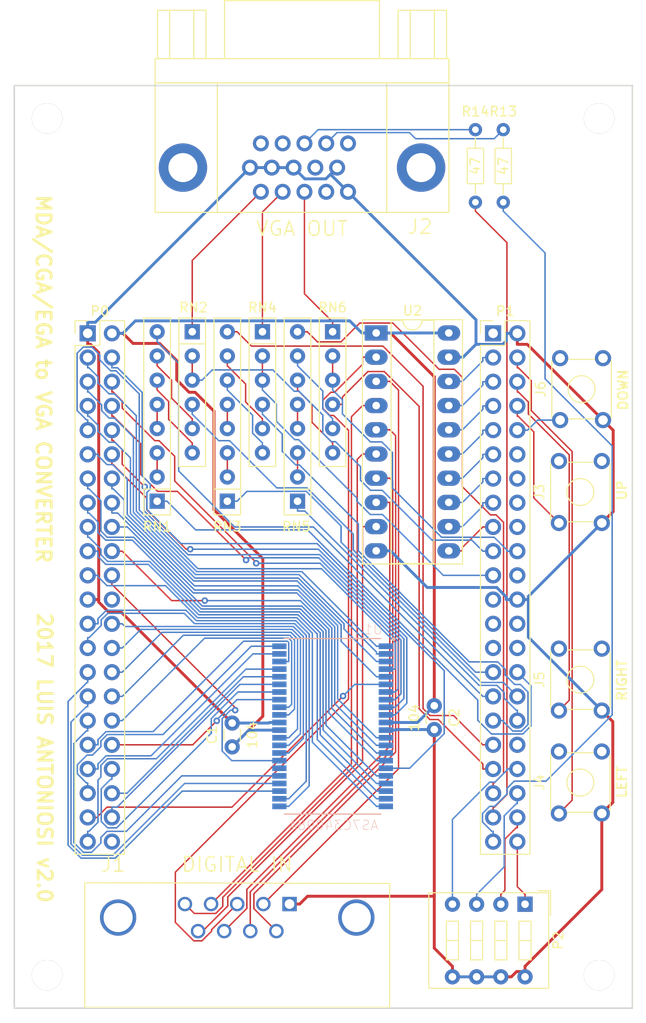
<source format=kicad_pcb>
(kicad_pcb (version 20211014) (generator pcbnew)
  (layers (0 "F.Cu" signal) (31 "B.Cu" signal) (34 "B.Paste" user) (35 "F.Paste" user) (36 "B.SilkS" user "B.Silkscreen") (37 "F.SilkS" user "F.Silkscreen") (38 "B.Mask" user) (39 "F.Mask" user) (44 "Edge.Cuts" user))
  (net 0 "")
  (net 1 "GND")
  (net 2 "SR")
  (net 3 "PR")
  (net 4 "PG")
  (net 5 "PB")
  (net 6 "SG")
  (net 7 "SB")
  (net 8 "RED")
  (net 9 "GREEN")
  (net 10 "BLUE")
  (net 11 "HS")
  (net 12 "VS")
  (net 13 "SRAM_ADDR0")
  (net 14 "~{SRAM_WE}")
  (net 15 "SRAM_ADDR1")
  (net 16 "SRAM_DQ0")
  (net 17 "SRAM_ADDR2")
  (net 18 "SRAM_DQ1")
  (net 19 "SRAM_ADDR3")
  (net 20 "SRAM_DQ2")
  (net 21 "SRAM_ADDR4")
  (net 22 "SRAM_DQ3")
  (net 23 "SRAM_ADDR5")
  (net 24 "SRAM_DQ4")
  (net 25 "SRAM_ADDR6")
  (net 26 "SRAM_DQ5")
  (net 27 "SRAM_ADDR7")
  (net 28 "SRAM_DQ6")
  (net 29 "SRAM_ADDR8")
  (net 30 "SRAM_DQ7")
  (net 31 "SRAM_ADDR9")
  (net 32 "SRAM_DQ8")
  (net 33 "SRAM_ADDR10")
  (net 34 "SRAM_DQ9")
  (net 35 "SRAM_ADDR11")
  (net 36 "SRAM_DQ10")
  (net 37 "SRAM_ADDR12")
  (net 38 "SRAM_DQ11")
  (net 39 "SRAM_ADDR13")
  (net 40 "SRAM_DQ12")
  (net 41 "SRAM_ADDR14")
  (net 42 "SRAM_DQ13")
  (net 43 "SRAM_ADDR15")
  (net 44 "SRAM_DQ14")
  (net 45 "SRAM_ADDR16")
  (net 46 "SRAM_DQ15")
  (net 47 "SRAM_ADDR17")
  (net 48 "~{SRAM_UB}")
  (net 49 "~{SRAM_CE}")
  (net 50 "~{SRAM_LB}")
  (net 51 "~{SRAM_OE}")
  (net 52 "VCC33V")
  (net 53 "PR_25")
  (net 54 "SR_25")
  (net 55 "PG_25")
  (net 56 "SG_25")
  (net 57 "PB_25")
  (net 58 "SB_25")
  (net 59 "R2")
  (net 60 "R0")
  (net 61 "R1")
  (net 62 "G0")
  (net 63 "G2")
  (net 64 "B0")
  (net 65 "G1")
  (net 66 "B2")
  (net 67 "B1")
  (net 68 "HSYNC")
  (net 69 "VSYNC")
  (net 70 "SW0")
  (net 71 "SW1")
  (net 72 "SW2")
  (net 73 "SW3")
  (net 74 "H")
  (net 75 "V")
  (net 76 "H_25")
  (net 77 "V_25")
  (net 78 "Net-(J2-Pad4)")
  (net 79 "Net-(J2-Pad9)")
  (net 80 "Net-(J2-Pad11)")
  (net 81 "Net-(J2-Pad12)")
  (net 82 "Net-(J2-Pad15)")
  (net 83 "Net-(J3-Pad4)")
  (net 84 "Net-(J3-Pad2)")
  (net 85 "UP")
  (net 86 "Net-(J4-Pad4)")
  (net 87 "Net-(J4-Pad2)")
  (net 88 "LEFT")
  (net 89 "Net-(J5-Pad4)")
  (net 90 "Net-(J5-Pad2)")
  (net 91 "RIGHT")
  (net 92 "Net-(J6-Pad4)")
  (net 93 "Net-(J6-Pad2)")
  (net 94 "DOWN")
  (net 95 "VCC")
  (net 96 "Net-(P0-Pad44)")
  (net 97 "Net-(P1-Pad1)")
  (net 98 "Net-(P1-Pad12)")
  (net 99 "Net-(P1-Pad14)")
  (net 100 "Net-(P1-Pad16)")
  (net 101 "Net-(P1-Pad18)")
  (net 102 "R3")
  (net 103 "B3")
  (net 104 "G3")
  (net 105 "Net-(P1-Pad22)")
  (net 106 "Net-(P1-Pad23)")
  (net 107 "Net-(P1-Pad25)")
  (net 108 "Net-(P1-Pad26)")
  (net 109 "Net-(P1-Pad27)")
  (net 110 "Net-(P1-Pad28)")
  (net 111 "Net-(P1-Pad36)")
  (net 112 "Net-(P3-Pad1)")
  (net 113 "Net-(P4-Pad1)")
  (net 114 "Net-(P5-Pad1)")
  (net 115 "Net-(P6-Pad1)")
  (net 116 "Net-(RN1-Pad2)")
  (net 117 "Net-(RN1-Pad7)")
  (net 118 "Net-(RN3-Pad2)")
  (net 119 "Net-(RN3-Pad7)")
  (net 120 "Net-(RN5-Pad2)")
  (net 121 "Net-(RN5-Pad7)")
  (net 122 "Net-(U1-Pad28)")
  (net 123 "Net-(RN1-Pad4)")
  (net 124 "Net-(RN1-Pad6)")
  (net 125 "Net-(RN3-Pad4)")
  (net 126 "Net-(RN3-Pad6)")
  (net 127 "Net-(RN5-Pad4)")
  (net 128 "Net-(RN5-Pad6)")
  (footprint "mce2vga:DB9F" (layer "F.Cu") (at 87.53 162.73 180)
    (fp_text reference "J1")
    (fp_text value "DIGITAL IN")
  )
  (footprint "mce2vga:HD15_B-HD15F" (layer "F.Cu") (at 94.33 82.61)
    (fp_text reference "J2")
    (fp_text value "VGA OUT")
  )
  (footprint "Resistors_ThroughHole:R_Axial_DIN0204_L3.6mm_D1.6mm_P7.62mm_Horizontal" (layer "F.Cu") (at 115.448 78.628 -90)
    (fp_text reference "R13")
    (fp_text value "47")
  )
  (footprint "Resistors_ThroughHole:R_Axial_DIN0204_L3.6mm_D1.6mm_P7.62mm_Horizontal" (layer "F.Cu") (at 112.527 78.628 -90)
    (fp_text reference "R14")
    (fp_text value "47")
  )
  (footprint "Pin_Headers:Pin_Header_Straight_2x22_Pitch2.54mm" (layer "F.Cu") (at 71.84 100)
    (fp_text reference "P0")
    (fp_text value "CONN_02X22")
  )
  (footprint "Pin_Headers:Pin_Header_Straight_2x22_Pitch2.54mm" (layer "F.Cu") (at 114.385 100)
    (fp_text reference "P1")
    (fp_text value "CONN_02X22")
  )
  (footprint "Mounting_Holes:MountingHole_3.2mm_M3" (layer "F.Cu") (at 67.57 77.45)
    (fp_text reference "P3" hide)
    (fp_text value "MOUNT_HOLE")
  )
  (footprint "Mounting_Holes:MountingHole_3.2mm_M3" (layer "F.Cu") (at 125.5 77.45)
    (fp_text reference "P4" hide)
    (fp_text value "MOUNT_HOLE")
  )
  (footprint "Mounting_Holes:MountingHole_3.2mm_M3" (layer "F.Cu") (at 67.57 167.35)
    (fp_text reference "P5" hide)
    (fp_text value "MOUNT_HOLE")
  )
  (footprint "Mounting_Holes:MountingHole_3.2mm_M3" (layer "F.Cu") (at 125.5 167.35)
    (fp_text reference "P6" hide)
    (fp_text value "MOUNT_HOLE")
  )
  (footprint "Capacitors_ThroughHole:C_Disc_D3.0mm_W1.6mm_P2.50mm" (layer "F.Cu") (at 87 143.398 90)
    (fp_text reference "C1")
    (fp_text value "104")
  )
  (footprint "Capacitors_ThroughHole:C_Disc_D3.0mm_W1.6mm_P2.50mm" (layer "F.Cu") (at 108.209 139.08 -90)
    (fp_text reference "C2")
    (fp_text value "104")
  )
  (footprint "Buttons_Switches_ThroughHole:SW_DIP_x4_W7.62mm_Slide" (layer "F.Cu") (at 117.734 159.908 -90)
    (fp_text reference "P2")
    (fp_text value "SW1")
  )
  (footprint "Buttons_Switches_THT:SW_TH_Tactile_Omron_B3F-10xx" (layer "F.Cu") (at 121.29 119.903 90)
    (fp_text reference "J3")
    (fp_text value "Conn_02x02_Counter_Clockwise" hide)
  )
  (footprint "Buttons_Switches_THT:SW_TH_Tactile_Omron_B3F-10xx" (layer "F.Cu") (at 121.29 150.383 90)
    (fp_text reference "J4")
    (fp_text value "Conn_02x02_Counter_Clockwise" hide)
  )
  (footprint "Buttons_Switches_THT:SW_TH_Tactile_Omron_B3F-10xx" (layer "F.Cu") (at 121.29 139.588 90)
    (fp_text reference "J5")
    (fp_text value "Conn_02x02_Counter_Clockwise" hide)
  )
  (footprint "Buttons_Switches_THT:SW_TH_Tactile_Omron_B3F-10xx" (layer "F.Cu") (at 121.417 109.108 90)
    (fp_text reference "J6")
    (fp_text value "Conn_02x02_Counter_Clockwise" hide)
  )
  (footprint "Resistors_THT:R_Array_SIP8" (layer "F.Cu") (at 79.126 117.617 90)
    (fp_text reference "RN1")
    (fp_text value "R_Pack04_SIP" hide)
  )
  (footprint "Resistors_THT:R_Array_SIP6" (layer "F.Cu") (at 82.809 99.837 -90)
    (fp_text reference "RN2")
    (fp_text value "R_Network05" hide)
  )
  (footprint "Resistors_THT:R_Array_SIP8" (layer "F.Cu") (at 86.492 117.617 90)
    (fp_text reference "RN3")
    (fp_text value "R_Pack04_SIP" hide)
  )
  (footprint "Resistors_THT:R_Array_SIP6" (layer "F.Cu") (at 90.175 99.837 -90)
    (fp_text reference "RN4")
    (fp_text value "R_Network05" hide)
  )
  (footprint "Resistors_THT:R_Array_SIP8" (layer "F.Cu") (at 93.858 117.617 90)
    (fp_text reference "RN5")
    (fp_text value "R_Pack04_SIP" hide)
  )
  (footprint "Resistors_THT:R_Array_SIP6" (layer "F.Cu") (at 97.541 99.837 -90)
    (fp_text reference "RN6")
    (fp_text value "R_Network05" hide)
  )
  (footprint "Housings_DIP:DIP-20_W7.62mm_Socket_LongPads" (layer "F.Cu") (at 102.113 99.964)
    (fp_text reference "U2")
    (fp_text value "74LVC245")
  )
  (footprint "mce2vga:SOP80P1176X120-44N" (layer "B.Cu") (at 97.541 141.239 180)
    (fp_text reference "U1")
    (fp_text value "AS7C34098A")
  )
  (gr_line (start 64.135 74) (end 64.135 170.815) (layer "Edge.Cuts") (width 0.15))
  (gr_line (start 64.135 170.815) (end 67.31 170.815) (layer "Edge.Cuts") (width 0.15))
  (gr_line (start 67.31 170.815) (end 129 170.815) (layer "Edge.Cuts") (width 0.15))
  (gr_line (start 129 170.815) (end 129 74) (layer "Edge.Cuts") (width 0.15))
  (gr_line (start 129 74) (end 64.135 74) (layer "Edge.Cuts") (width 0.15))
  (gr_text "MDA/CGA/EGA to VGA CONVERTER" (at 67.188 104.79 270) (layer "F.SilkS") (effects (font (size 1.5 1.5) (thickness 0.3))))
  (gr_text "UP" (at 127.894 116.474 90) (layer "F.SilkS") (effects (font (size 1 1) (thickness 0.2))))
  (gr_text "LEFT" (at 127.894 147.081 90) (layer "F.SilkS") (effects (font (size 1 1) (thickness 0.2))))
  (gr_text "2017 LUIS ANTONIOSI v2.0\n" (at 67.315 144.541 270) (layer "F.SilkS") (effects (font (size 1.5 1.5) (thickness 0.3))))
  (gr_text "DOWN" (at 128.021 105.933 90) (layer "F.SilkS") (effects (font (size 1 1) (thickness 0.2))))
  (gr_text "RIGHT" (at 127.894 136.413 90) (layer "F.SilkS") (effects (font (size 1 1) (thickness 0.2))))
  (segment (start 71.84 127.94) (end 72.9951 127.94) (width 0.3048) (layer "F.Cu") (net 1))
  (segment (start 125.917 109.108) (end 126.9845 110.1755) (width 0.3048) (layer "F.Cu") (net 1))
  (segment (start 72.1289 101.1551) (end 72.9951 102.0213) (width 0.3048) (layer "F.Cu") (net 1))
  (segment (start 71.84 101.1551) (end 72.1289 101.1551) (width 0.3048) (layer "F.Cu") (net 1))
  (segment (start 117.734 166.9754) (end 117.734 166.4229) (width 0.3048) (layer "F.Cu") (net 1))
  (segment (start 108.209 164.5179) (end 110.114 166.4229) (width 0.3048) (layer "F.Cu") (net 1))
  (segment (start 110.114 167.528) (end 110.114 166.4229) (width 0.3048) (layer "F.Cu") (net 1))
  (segment (start 125.79 158.3669) (end 125.79 150.383) (width 0.3048) (layer "F.Cu") (net 1))
  (segment (start 125.79 139.588) (end 126.9452 140.7432) (width 0.3048) (layer "F.Cu") (net 1))
  (segment (start 116.925 100) (end 116.925 101.1551) (width 0.3048) (layer "F.Cu") (net 1))
  (segment (start 116.8517 166.9754) (end 116.2991 167.528) (width 0.3048) (layer "F.Cu") (net 1))
  (segment (start 117.734 166.4229) (end 125.79 158.3669) (width 0.3048) (layer "F.Cu") (net 1))
  (segment (start 108.209 159.0706) (end 94.9045 159.0706) (width 0.3048) (layer "F.Cu") (net 1))
  (segment (start 126.9845 118.7085) (end 125.79 119.903) (width 0.3048) (layer "F.Cu") (net 1))
  (segment (start 72.9951 102.0213) (end 72.9951 127.94) (width 0.3048) (layer "F.Cu") (net 1))
  (segment (start 117.734 167.528) (end 117.734 166.9754) (width 0.3048) (layer "F.Cu") (net 1))
  (segment (start 87 140.898) (end 75.312 129.21) (width 0.3048) (layer "F.Cu") (net 1))
  (segment (start 126.9845 110.1755) (end 126.9845 118.7085) (width 0.3048) (layer "F.Cu") (net 1))
  (segment (start 117.9641 101.1551) (end 125.917 109.108) (width 0.3048) (layer "F.Cu") (net 1))
  (segment (start 75.312 129.21) (end 73.9958 129.21) (width 0.3048) (layer "F.Cu") (net 1))
  (segment (start 108.209 141.58) (end 108.209 159.0706) (width 0.3048) (layer "F.Cu") (net 1))
  (segment (start 108.209 159.0706) (end 108.209 164.5179) (width 0.3048) (layer "F.Cu") (net 1))
  (segment (start 117.734 166.9754) (end 116.8517 166.9754) (width 0.3048) (layer "F.Cu") (net 1))
  (segment (start 93.02 159.89) (end 94.0851 159.89) (width 0.3048) (layer "F.Cu") (net 1))
  (segment (start 116.925 101.1551) (end 117.9641 101.1551) (width 0.3048) (layer "F.Cu") (net 1))
  (segment (start 72.9951 128.2093) (end 72.9951 127.94) (width 0.3048) (layer "F.Cu") (net 1))
  (segment (start 126.9452 140.7432) (end 126.9452 149.2278) (width 0.3048) (layer "F.Cu") (net 1))
  (segment (start 71.84 100) (end 71.84 101.1551) (width 0.3048) (layer "F.Cu") (net 1))
  (segment (start 94.9045 159.0706) (end 94.0851 159.89) (width 0.3048) (layer "F.Cu") (net 1))
  (segment (start 73.9958 129.21) (end 72.9951 128.2093) (width 0.3048) (layer "F.Cu") (net 1))
  (segment (start 115.194 167.528) (end 116.2991 167.528) (width 0.3048) (layer "F.Cu") (net 1))
  (segment (start 126.9452 149.2278) (end 125.79 150.383) (width 0.3048) (layer "F.Cu") (net 1))
  (segment (start 115.409 101.1551) (end 112.587 101.1551) (width 0.3048) (layer "B.Cu") (net 1))
  (segment (start 112.654 167.528) (end 110.114 167.528) (width 0.3048) (layer "B.Cu") (net 1))
  (segment (start 91.155 82.61) (end 88.869 82.61) (width 0.3048) (layer "B.Cu") (net 1))
  (segment (start 116.925 127.94) (end 117.9657 127.94) (width 0.3048) (layer "B.Cu") (net 1))
  (segment (start 115.7699 100.7942) (end 115.409 101.1551) (width 0.3048) (layer "B.Cu") (net 1))
  (segment (start 97.3145 83.3085) (end 96.8306 83.7924) (width 0.3048) (layer "B.Cu") (net 1))
  (segment (start 116.925 127.94) (end 115.7699 127.94) (width 0.3048) (layer "B.Cu") (net 1))
  (segment (start 94.6234 83.7924) (end 93.441 82.61) (width 0.3048) (layer "B.Cu") (net 1))
  (segment (start 115.7699 100) (end 115.7699 100.7942) (width 0.3048) (layer "B.Cu") (net 1))
  (segment (start 72.6341 98.8449) (end 88.869 82.61) (width 0.3048) (layer "B.Cu") (net 1))
  (segment (start 114.7691 126.67) (end 107.4641 126.67) (width 0.3048) (layer "B.Cu") (net 1))
  (segment (start 71.84 100) (end 71.84 98.8449) (width 0.3048) (layer "B.Cu") (net 1))
  (segment (start 107.4641 126.67) (end 103.6181 122.824) (width 0.3048) (layer "B.Cu") (net 1))
  (segment (start 97.3145 83.3085) (end 98.013 82.61) (width 0.3048) (layer "B.Cu") (net 1))
  (segment (start 71.84 98.8449) (end 72.6341 98.8449) (width 0.3048) (layer "B.Cu") (net 1))
  (segment (start 109.733 102.504) (end 111.2381 102.504) (width 0.3048) (layer "B.Cu") (net 1))
  (segment (start 125.79 119.903) (end 118.0801 127.6129) (width 0.3048) (layer "B.Cu") (net 1))
  (segment (start 112.587 101.1551) (end 112.587 98.581) (width 0.3048) (layer "B.Cu") (net 1))
  (segment (start 90.8419 140.898) (end 90.9009 140.839) (width 0.3048) (layer "B.Cu") (net 1))
  (segment (start 118.0801 127.6129) (end 118.0801 127.94) (width 0.3048) (layer "B.Cu") (net 1))
  (segment (start 91.956 140.839) (end 90.9009 140.839) (width 0.3048) (layer "B.Cu") (net 1))
  (segment (start 87 140.898) (end 90.8419 140.898) (width 0.3048) (layer "B.Cu") (net 1))
  (segment (start 102.113 122.824) (end 103.6181 122.824) (width 0.3048) (layer "B.Cu") (net 1))
  (segment (start 115.194 167.528) (end 112.654 167.528) (width 0.3048) (layer "B.Cu") (net 1))
  (segment (start 108.209 141.58) (end 104.2401 141.58) (width 0.3048) (layer "B.Cu") (net 1))
  (segment (start 93.441 82.61) (end 91.155 82.61) (width 0.3048) (layer "B.Cu") (net 1))
  (segment (start 116.925 100) (end 115.7699 100) (width 0.3048) (layer "B.Cu") (net 1))
  (segment (start 118.0801 127.94) (end 118.0801 131.8781) (width 0.3048) (layer "B.Cu") (net 1))
  (segment (start 112.587 98.581) (end 99.156 85.15) (width 0.3048) (layer "B.Cu") (net 1))
  (segment (start 117.9657 127.94) (end 118.0801 127.94) (width 0.3048) (layer "B.Cu") (net 1))
  (segment (start 118.0801 131.8781) (end 125.79 139.588) (width 0.3048) (layer "B.Cu") (net 1))
  (segment (start 103.126 141.639) (end 104.1811 141.639) (width 0.3048) (layer "B.Cu") (net 1))
  (segment (start 115.7699 127.6708) (end 114.7691 126.67) (width 0.3048) (layer "B.Cu") (net 1))
  (segment (start 112.587 101.1551) (end 111.2381 102.504) (width 0.3048) (layer "B.Cu") (net 1))
  (segment (start 97.3145 83.3085) (end 99.156 85.15) (width 0.3048) (layer "B.Cu") (net 1))
  (segment (start 115.7699 127.94) (end 115.7699 127.6708) (width 0.3048) (layer "B.Cu") (net 1))
  (segment (start 96.8306 83.7924) (end 94.6234 83.7924) (width 0.3048) (layer "B.Cu") (net 1))
  (segment (start 104.2401 141.58) (end 104.1811 141.639) (width 0.3048) (layer "B.Cu") (net 1))
  (segment (start 104.4572 145.7028) (end 104.4572 105.9593) (width 0.1524) (layer "F.Cu") (net 2))
  (segment (start 90.27 159.89) (end 104.4572 145.7028) (width 0.1524) (layer "F.Cu") (net 2))
  (segment (start 102.113 105.044) (end 103.5419 105.044) (width 0.1524) (layer "F.Cu") (net 2))
  (segment (start 104.4572 105.9593) (end 103.5419 105.044) (width 0.1524) (layer "F.Cu") (net 2))
  (segment (start 97.6498 108.6191) (end 99.2107 110.18) (width 0.1524) (layer "F.Cu") (net 3))
  (segment (start 102.113 102.504) (end 100.6841 102.504) (width 0.1524) (layer "F.Cu") (net 3))
  (segment (start 81.0372 161.8152) (end 82.9733 163.7513) (width 0.1524) (layer "F.Cu") (net 3))
  (segment (start 84.8407 162.7364) (end 84.8407 162.5793) (width 0.1524) (layer "F.Cu") (net 3))
  (segment (start 97.3475 106.187) (end 96.5121 107.0224) (width 0.1524) (layer "F.Cu") (net 3))
  (segment (start 96.5121 107.0224) (end 96.5121 107.8832) (width 0.1524) (layer "F.Cu") (net 3))
  (segment (start 100.6841 103.2563) (end 97.7534 106.187) (width 0.1524) (layer "F.Cu") (net 3))
  (segment (start 82.9733 163.7513) (end 83.8258 163.7513) (width 0.1524) (layer "F.Cu") (net 3))
  (segment (start 83.8258 163.7513) (end 84.8407 162.7364) (width 0.1524) (layer "F.Cu") (net 3))
  (segment (start 97.248 108.6191) (end 97.6498 108.6191) (width 0.1524) (layer "F.Cu") (net 3))
  (segment (start 97.7534 106.187) (end 97.3475 106.187) (width 0.1524) (layer "F.Cu") (net 3))
  (segment (start 84.8407 162.5793) (end 87.53 159.89) (width 0.1524) (layer "F.Cu") (net 3))
  (segment (start 99.2107 110.18) (end 99.2107 138.3728) (width 0.1524) (layer "F.Cu") (net 3))
  (segment (start 81.0372 156.5463) (end 81.0372 161.8152) (width 0.1524) (layer "F.Cu") (net 3))
  (segment (start 96.5121 107.8832) (end 97.248 108.6191) (width 0.1524) (layer "F.Cu") (net 3))
  (segment (start 99.2107 138.3728) (end 81.0372 156.5463) (width 0.1524) (layer "F.Cu") (net 3))
  (segment (start 100.6841 102.504) (end 100.6841 103.2563) (width 0.1524) (layer "F.Cu") (net 3))
  (segment (start 99.5158 145.1642) (end 84.79 159.89) (width 0.1524) (layer "F.Cu") (net 4))
  (segment (start 99.5158 108.7523) (end 99.5158 145.1642) (width 0.1524) (layer "F.Cu") (net 4))
  (segment (start 102.113 107.584) (end 100.6841 107.584) (width 0.1524) (layer "F.Cu") (net 4))
  (segment (start 100.6841 107.584) (end 99.5158 108.7523) (width 0.1524) (layer "F.Cu") (net 4))
  (segment (start 85.271 160.879) (end 83.029 160.879) (width 0.1524) (layer "F.Cu") (net 5))
  (segment (start 83.029 160.879) (end 82.04 159.89) (width 0.1524) (layer "F.Cu") (net 5))
  (segment (start 100.126 113.2221) (end 100.126 145.0709) (width 0.1524) (layer "F.Cu") (net 5))
  (segment (start 86.014 159.1829) (end 86.014 160.136) (width 0.1524) (layer "F.Cu") (net 5))
  (segment (start 100.126 145.0709) (end 86.014 159.1829) (width 0.1524) (layer "F.Cu") (net 5))
  (segment (start 100.6841 112.664) (end 100.126 113.2221) (width 0.1524) (layer "F.Cu") (net 5))
  (segment (start 86.014 160.136) (end 85.271 160.879) (width 0.1524) (layer "F.Cu") (net 5))
  (segment (start 102.113 112.664) (end 100.6841 112.664) (width 0.1524) (layer "F.Cu") (net 5))
  (segment (start 104.1521 143.9376) (end 104.1521 110.7342) (width 0.1524) (layer "F.Cu") (net 6))
  (segment (start 91.64 162.73) (end 89.2804 160.3704) (width 0.1524) (layer "F.Cu") (net 6))
  (segment (start 89.2804 160.3704) (end 89.2804 158.8093) (width 0.1524) (layer "F.Cu") (net 6))
  (segment (start 104.1521 110.7342) (end 103.5419 110.124) (width 0.1524) (layer "F.Cu") (net 6))
  (segment (start 102.113 110.124) (end 103.5419 110.124) (width 0.1524) (layer "F.Cu") (net 6))
  (segment (start 89.2804 158.8093) (end 104.1521 143.9376) (width 0.1524) (layer "F.Cu") (net 6))
  (segment (start 88.9 158.6054) (end 88.9 162.73) (width 0.1524) (layer "F.Cu") (net 7))
  (segment (start 103.5419 115.204) (end 103.847 115.5091) (width 0.1524) (layer "F.Cu") (net 7))
  (segment (start 103.847 143.6584) (end 88.9 158.6054) (width 0.1524) (layer "F.Cu") (net 7))
  (segment (start 102.113 115.204) (end 103.5419 115.204) (width 0.1524) (layer "F.Cu") (net 7))
  (segment (start 103.847 115.5091) (end 103.847 143.6584) (width 0.1524) (layer "F.Cu") (net 7))
  (segment (start 82.809 99.837) (end 82.809 92.353) (width 0.1524) (layer "F.Cu") (net 8))
  (segment (start 82.809 92.353) (end 90.012 85.15) (width 0.1524) (layer "F.Cu") (net 8))
  (segment (start 90.175 87.273) (end 92.298 85.15) (width 0.1524) (layer "F.Cu") (net 9))
  (segment (start 90.175 99.837) (end 90.175 87.273) (width 0.1524) (layer "F.Cu") (net 9))
  (segment (start 97.541 99.837) (end 97.541 98.8081) (width 0.1524) (layer "F.Cu") (net 10))
  (segment (start 94.584 95.8511) (end 94.584 85.15) (width 0.1524) (layer "F.Cu") (net 10))
  (segment (start 97.541 98.8081) (end 94.584 95.8511) (width 0.1524) (layer "F.Cu") (net 10))
  (segment (start 96.026 78.628) (end 94.584 80.07) (width 0.1524) (layer "B.Cu") (net 11))
  (segment (start 112.527 78.628) (end 96.026 78.628) (width 0.1524) (layer "B.Cu") (net 11))
  (segment (start 98.0068 78.9332) (end 96.87 80.07) (width 0.1524) (layer "B.Cu") (net 12))
  (segment (start 114.4972 79.5788) (end 106.2445 79.5788) (width 0.1524) (layer "B.Cu") (net 12))
  (segment (start 105.5989 78.9332) (end 98.0068 78.9332) (width 0.1524) (layer "B.Cu") (net 12))
  (segment (start 115.448 78.628) (end 114.4972 79.5788) (width 0.1524) (layer "B.Cu") (net 12))
  (segment (start 106.2445 79.5788) (end 105.5989 78.9332) (width 0.1524) (layer "B.Cu") (net 12))
  (segment (start 71.975 103.6189) (end 71.84 103.6189) (width 0.1524) (layer "B.Cu") (net 13))
  (segment (start 74.6422 106.35) (end 74.0753 106.35) (width 0.1524) (layer "B.Cu") (net 13))
  (segment (start 74.0753 106.35) (end 72.9189 105.1936) (width 0.1524) (layer "B.Cu") (net 13))
  (segment (start 72.9189 105.1936) (end 72.9189 104.5628) (width 0.1524) (layer "B.Cu") (net 13))
  (segment (start 102.1471 132.839) (end 94.3146 125.0065) (width 0.1524) (layer "B.Cu") (net 13))
  (segment (start 83.2806 125.0065) (end 76.9428 118.6687) (width 0.1524) (layer "B.Cu") (net 13))
  (segment (start 76.9428 118.6687) (end 76.9428 108.6506) (width 0.1524) (layer "B.Cu") (net 13))
  (segment (start 76.9428 108.6506) (end 74.6422 106.35) (width 0.1524) (layer "B.Cu") (net 13))
  (segment (start 71.84 102.54) (end 71.84 103.6189) (width 0.1524) (layer "B.Cu") (net 13))
  (segment (start 94.3146 125.0065) (end 83.2806 125.0065) (width 0.1524) (layer "B.Cu") (net 13))
  (segment (start 72.9189 104.5628) (end 71.975 103.6189) (width 0.1524) (layer "B.Cu") (net 13))
  (segment (start 103.126 132.839) (end 102.1471 132.839) (width 0.1524) (layer "B.Cu") (net 13))
  (segment (start 78.0502 118.4773) (end 81.6374 122.0645) (width 0.1524) (layer "B.Cu") (net 14))
  (segment (start 77.5531 106.202) (end 77.5531 114.9594) (width 0.1524) (layer "B.Cu") (net 14))
  (segment (start 74.38 103.6189) (end 74.97 103.6189) (width 0.1524) (layer "B.Cu") (net 14))
  (segment (start 74.97 103.6189) (end 77.5531 106.202) (width 0.1524) (layer "B.Cu") (net 14))
  (segment (start 81.6374 122.0645) (end 95.9145 122.0645) (width 0.1524) (layer "B.Cu") (net 14))
  (segment (start 95.9145 122.0645) (end 109.2516 135.4016) (width 0.1524) (layer "B.Cu") (net 14))
  (segment (start 77.5531 114.9594) (end 78.405 115.8113) (width 0.1524) (layer "B.Cu") (net 14))
  (segment (start 74.38 102.54) (end 74.38 103.6189) (width 0.1524) (layer "B.Cu") (net 14))
  (segment (start 105.6214 145.639) (end 103.126 145.639) (width 0.1524) (layer "B.Cu") (net 14))
  (segment (start 78.405 116.3476) (end 78.0502 116.7024) (width 0.1524) (layer "B.Cu") (net 14))
  (segment (start 109.2516 135.4016) (end 109.2516 142.0088) (width 0.1524) (layer "B.Cu") (net 14))
  (segment (start 78.0502 116.7024) (end 78.0502 118.4773) (width 0.1524) (layer "B.Cu") (net 14))
  (segment (start 109.2516 142.0088) (end 105.6214 145.639) (width 0.1524) (layer "B.Cu") (net 14))
  (segment (start 78.405 115.8113) (end 78.405 116.3476) (width 0.1524) (layer "B.Cu") (net 14))
  (segment (start 73.301 108.1157) (end 73.301 107.5081) (width 0.1524) (layer "B.Cu") (net 15))
  (segment (start 71.84 105.08) (end 71.84 106.1589) (width 0.1524) (layer "B.Cu") (net 15))
  (segment (start 76.6377 118.7952) (end 76.6377 110.8912) (width 0.1524) (layer "B.Cu") (net 15))
  (segment (start 94.0072 125.3117) (end 83.1542 125.3117) (width 0.1524) (layer "B.Cu") (net 15))
  (segment (start 71.9518 106.1589) (end 71.84 106.1589) (width 0.1524) (layer "B.Cu") (net 15))
  (segment (start 103.126 133.639) (end 102.1471 133.639) (width 0.1524) (layer "B.Cu") (net 15))
  (segment (start 73.301 107.5081) (end 71.9518 106.1589) (width 0.1524) (layer "B.Cu") (net 15))
  (segment (start 83.1542 125.3117) (end 76.6377 118.7952) (width 0.1524) (layer "B.Cu") (net 15))
  (segment (start 76.6377 110.8912) (end 74.6365 108.89) (width 0.1524) (layer "B.Cu") (net 15))
  (segment (start 102.1471 133.639) (end 102.1471 133.4516) (width 0.1524) (layer "B.Cu") (net 15))
  (segment (start 102.1471 133.4516) (end 94.0072 125.3117) (width 0.1524) (layer "B.Cu") (net 15))
  (segment (start 74.0753 108.89) (end 73.301 108.1157) (width 0.1524) (layer "B.Cu") (net 15))
  (segment (start 74.6365 108.89) (end 74.0753 108.89) (width 0.1524) (layer "B.Cu") (net 15))
  (segment (start 75.4589 107.1028) (end 74.515 106.1589) (width 0.1524) (layer "F.Cu") (net 16))
  (segment (start 74.38 105.08) (end 74.38 106.1589) (width 0.1524) (layer "F.Cu") (net 16))
  (segment (start 75.4589 107.8473) (end 75.4589 107.1028) (width 0.1524) (layer "F.Cu") (net 16))
  (segment (start 80.9675 112.904) (end 79.3305 111.267) (width 0.1524) (layer "F.Cu") (net 16))
  (segment (start 79.3305 111.267) (end 78.8786 111.267) (width 0.1524) (layer "F.Cu") (net 16))
  (segment (start 78.8786 111.267) (end 75.4589 107.8473) (width 0.1524) (layer "F.Cu") (net 16))
  (segment (start 89.5231 124.0501) (end 80.9675 115.4945) (width 0.1524) (layer "F.Cu") (net 16))
  (segment (start 80.9675 115.4945) (end 80.9675 112.904) (width 0.1524) (layer "F.Cu") (net 16))
  (segment (start 89.5231 124.1295) (end 89.5231 124.0501) (width 0.1524) (layer "F.Cu") (net 16))
  (segment (start 74.515 106.1589) (end 74.38 106.1589) (width 0.1524) (layer "F.Cu") (net 16))
  (via (at 89.5231 124.1295) (size 0.6858) (drill 0.3302) (layers "F.Cu" "B.Cu") (net 16))
  (segment (start 96.2294 124.1295) (end 104.41 132.3101) (width 0.1524) (layer "B.Cu") (net 16))
  (segment (start 89.5231 124.1295) (end 96.2294 124.1295) (width 0.1524) (layer "B.Cu") (net 16))
  (segment (start 104.41 132.3101) (end 104.41 137.3339) (width 0.1524) (layer "B.Cu") (net 16))
  (segment (start 104.41 137.3339) (end 104.1049 137.639) (width 0.1524) (layer "B.Cu") (net 16))
  (segment (start 103.126 137.639) (end 104.1049 137.639) (width 0.1524) (layer "B.Cu") (net 16))
  (segment (start 93.9476 125.6837) (end 83.0946 125.6837) (width 0.1524) (layer "B.Cu") (net 17))
  (segment (start 83.0946 125.6837) (end 76.3258 118.9149) (width 0.1524) (layer "B.Cu") (net 17))
  (segment (start 76.3258 113.0751) (end 74.6807 111.43) (width 0.1524) (layer "B.Cu") (net 17))
  (segment (start 98.7406 131.0325) (end 98.7406 130.4767) (width 0.1524) (layer "B.Cu") (net 17))
  (segment (start 76.3258 118.9149) (end 76.3258 113.0751) (width 0.1524) (layer "B.Cu") (net 17))
  (segment (start 74.6807 111.43) (end 74.0753 111.43) (width 0.1524) (layer "B.Cu") (net 17))
  (segment (start 103.126 134.439) (end 102.1471 134.439) (width 0.1524) (layer "B.Cu") (net 17))
  (segment (start 74.0753 111.43) (end 72.9189 110.2736) (width 0.1524) (layer "B.Cu") (net 17))
  (segment (start 72.9189 109.6428) (end 71.975 108.6989) (width 0.1524) (layer "B.Cu") (net 17))
  (segment (start 71.84 107.62) (end 71.84 108.6989) (width 0.1524) (layer "B.Cu") (net 17))
  (segment (start 72.9189 110.2736) (end 72.9189 109.6428) (width 0.1524) (layer "B.Cu") (net 17))
  (segment (start 98.7406 130.4767) (end 93.9476 125.6837) (width 0.1524) (layer "B.Cu") (net 17))
  (segment (start 71.975 108.6989) (end 71.84 108.6989) (width 0.1524) (layer "B.Cu") (net 17))
  (segment (start 102.1471 134.439) (end 98.7406 131.0325) (width 0.1524) (layer "B.Cu") (net 17))
  (segment (start 77.3805 114.7868) (end 79.1817 116.588) (width 0.1524) (layer "F.Cu") (net 18))
  (segment (start 74.38 107.62) (end 74.38 108.6989) (width 0.1524) (layer "F.Cu") (net 18))
  (segment (start 77.3805 111.5645) (end 77.3805 114.7868) (width 0.1524) (layer "F.Cu") (net 18))
  (segment (start 81.2523 116.588) (end 88.4579 123.7936) (width 0.1524) (layer "F.Cu") (net 18))
  (segment (start 74.5149 108.6989) (end 77.3805 111.5645) (width 0.1524) (layer "F.Cu") (net 18))
  (segment (start 79.1817 116.588) (end 81.2523 116.588) (width 0.1524) (layer "F.Cu") (net 18))
  (segment (start 74.38 108.6989) (end 74.5149 108.6989) (width 0.1524) (layer "F.Cu") (net 18))
  (via (at 88.4579 123.7936) (size 0.6858) (drill 0.3302) (layers "F.Cu" "B.Cu") (net 18))
  (segment (start 103.126 138.439) (end 104.1049 138.439) (width 0.1524) (layer "B.Cu") (net 18))
  (segment (start 104.7151 137.8288) (end 104.1049 138.439) (width 0.1524) (layer "B.Cu") (net 18))
  (segment (start 96.0892 123.5577) (end 104.7151 132.1836) (width 0.1524) (layer "B.Cu") (net 18))
  (segment (start 88.6938 123.5577) (end 96.0892 123.5577) (width 0.1524) (layer "B.Cu") (net 18))
  (segment (start 104.7151 132.1836) (end 104.7151 137.8288) (width 0.1524) (layer "B.Cu") (net 18))
  (segment (start 88.4579 123.7936) (end 88.6938 123.5577) (width 0.1524) (layer "B.Cu") (net 18))
  (segment (start 70.7272 108.1032) (end 70.7272 102.0906) (width 0.1524) (layer "B.Cu") (net 19))
  (segment (start 71.3726 101.4452) (end 72.2744 101.4452) (width 0.1524) (layer "B.Cu") (net 19))
  (segment (start 103.126 135.239) (end 104.1049 135.239) (width 0.1524) (layer "B.Cu") (net 19))
  (segment (start 71.84 110.16) (end 71.84 109.0811) (width 0.1524) (layer "B.Cu") (net 19))
  (segment (start 72.2744 101.4452) (end 73.11 102.2808) (width 0.1524) (layer "B.Cu") (net 19))
  (segment (start 74.2414 103.9323) (end 74.8184 103.9323) (width 0.1524) (layer "B.Cu") (net 19))
  (segment (start 71.84 109.0811) (end 71.7051 109.0811) (width 0.1524) (layer "B.Cu") (net 19))
  (segment (start 77.2479 118.5422) (end 83.4071 124.7014) (width 0.1524) (layer "B.Cu") (net 19))
  (segment (start 73.11 102.8009) (end 74.2414 103.9323) (width 0.1524) (layer "B.Cu") (net 19))
  (segment (start 83.4071 124.7014) (end 96.3697 124.7014) (width 0.1524) (layer "B.Cu") (net 19))
  (segment (start 104.1049 132.4366) (end 104.1049 135.239) (width 0.1524) (layer "B.Cu") (net 19))
  (segment (start 77.2479 106.3618) (end 77.2479 118.5422) (width 0.1524) (layer "B.Cu") (net 19))
  (segment (start 70.7272 102.0906) (end 71.3726 101.4452) (width 0.1524) (layer "B.Cu") (net 19))
  (segment (start 96.3697 124.7014) (end 104.1049 132.4366) (width 0.1524) (layer "B.Cu") (net 19))
  (segment (start 73.11 102.2808) (end 73.11 102.8009) (width 0.1524) (layer "B.Cu") (net 19))
  (segment (start 74.8184 103.9323) (end 77.2479 106.3618) (width 0.1524) (layer "B.Cu") (net 19))
  (segment (start 71.7051 109.0811) (end 70.7272 108.1032) (width 0.1524) (layer "B.Cu") (net 19))
  (segment (start 74.5004 111.2389) (end 75.4589 112.1974) (width 0.1524) (layer "F.Cu") (net 20))
  (segment (start 75.4589 113.7413) (end 77.8198 116.1022) (width 0.1524) (layer "F.Cu") (net 20))
  (segment (start 74.38 110.16) (end 74.38 111.2389) (width 0.1524) (layer "F.Cu") (net 20))
  (segment (start 74.38 111.2389) (end 74.5004 111.2389) (width 0.1524) (layer "F.Cu") (net 20))
  (segment (start 75.4589 112.1974) (end 75.4589 113.7413) (width 0.1524) (layer "F.Cu") (net 20))
  (via (at 77.8198 116.1022) (size 0.6858) (drill 0.3302) (layers "F.Cu" "B.Cu") (net 20))
  (segment (start 88.221 123.2218) (end 96.1849 123.2218) (width 0.1524) (layer "B.Cu") (net 20))
  (segment (start 77.8198 116.1022) (end 77.7435 116.1785) (width 0.1524) (layer "B.Cu") (net 20))
  (segment (start 105.0202 132.0571) (end 105.0202 138.3237) (width 0.1524) (layer "B.Cu") (net 20))
  (segment (start 96.1849 123.2218) (end 105.0202 132.0571) (width 0.1524) (layer "B.Cu") (net 20))
  (segment (start 77.7435 116.1785) (end 77.7435 118.6062) (width 0.1524) (layer "B.Cu") (net 20))
  (segment (start 77.7435 118.6062) (end 82.3784 123.2411) (width 0.1524) (layer "B.Cu") (net 20))
  (segment (start 103.126 139.239) (end 104.1049 139.239) (width 0.1524) (layer "B.Cu") (net 20))
  (segment (start 88.2017 123.2411) (end 88.221 123.2218) (width 0.1524) (layer "B.Cu") (net 20))
  (segment (start 82.3784 123.2411) (end 88.2017 123.2411) (width 0.1524) (layer "B.Cu") (net 20))
  (segment (start 105.0202 138.3237) (end 104.1049 139.239) (width 0.1524) (layer "B.Cu") (net 20))
  (segment (start 82.9682 125.9889) (end 75.9892 119.0099) (width 0.1524) (layer "B.Cu") (net 21))
  (segment (start 72.9189 112.835) (end 72.9189 112.7) (width 0.1524) (layer "B.Cu") (net 21))
  (segment (start 93.8212 125.9889) (end 82.9682 125.9889) (width 0.1524) (layer "B.Cu") (net 21))
  (segment (start 74.4608 113.7789) (end 73.8628 113.7789) (width 0.1524) (layer "B.Cu") (net 21))
  (segment (start 98.4355 132.3274) (end 98.4355 130.6032) (width 0.1524) (layer "B.Cu") (net 21))
  (segment (start 75.9892 119.0099) (end 75.9892 115.3073) (width 0.1524) (layer "B.Cu") (net 21))
  (segment (start 75.9892 115.3073) (end 74.4608 113.7789) (width 0.1524) (layer "B.Cu") (net 21))
  (segment (start 71.84 112.7) (end 72.9189 112.7) (width 0.1524) (layer "B.Cu") (net 21))
  (segment (start 103.126 136.039) (end 102.1471 136.039) (width 0.1524) (layer "B.Cu") (net 21))
  (segment (start 102.1471 136.039) (end 98.4355 132.3274) (width 0.1524) (layer "B.Cu") (net 21))
  (segment (start 98.4355 130.6032) (end 93.8212 125.9889) (width 0.1524) (layer "B.Cu") (net 21))
  (segment (start 73.8628 113.7789) (end 72.9189 112.835) (width 0.1524) (layer "B.Cu") (net 21))
  (segment (start 78.0454 118.5386) (end 82.1604 122.6536) (width 0.1524) (layer "F.Cu") (net 22))
  (segment (start 78.0454 117.3094) (end 78.0454 118.5386) (width 0.1524) (layer "F.Cu") (net 22))
  (segment (start 74.5149 113.7789) (end 78.0454 117.3094) (width 0.1524) (layer "F.Cu") (net 22))
  (segment (start 74.38 113.7789) (end 74.5149 113.7789) (width 0.1524) (layer "F.Cu") (net 22))
  (segment (start 74.38 112.7) (end 74.38 113.7789) (width 0.1524) (layer "F.Cu") (net 22))
  (segment (start 82.1604 122.6536) (end 82.5997 122.6536) (width 0.1524) (layer "F.Cu") (net 22))
  (via (at 82.5997 122.6536) (size 0.6858) (drill 0.3302) (layers "F.Cu" "B.Cu") (net 22))
  (segment (start 105.3253 131.9306) (end 105.3253 138.8186) (width 0.1524) (layer "B.Cu") (net 22))
  (segment (start 103.126 140.039) (end 104.1049 140.039) (width 0.1524) (layer "B.Cu") (net 22))
  (segment (start 105.3253 138.8186) (end 104.1049 140.039) (width 0.1524) (layer "B.Cu") (net 22))
  (segment (start 96.0483 122.6536) (end 105.3253 131.9306) (width 0.1524) (layer "B.Cu") (net 22))
  (segment (start 82.5997 122.6536) (end 96.0483 122.6536) (width 0.1524) (layer "B.Cu") (net 22))
  (segment (start 96.8466 141.1385) (end 102.1471 146.439) (width 0.1524) (layer "B.Cu") (net 23))
  (segment (start 73.8747 121.399) (end 76.6519 121.399) (width 0.1524) (layer "B.Cu") (net 23))
  (segment (start 103.126 146.439) (end 102.1471 146.439) (width 0.1524) (layer "B.Cu") (net 23))
  (segment (start 73.2241 117.5681) (end 73.2241 120.7484) (width 0.1524) (layer "B.Cu") (net 23))
  (segment (start 96.8466 131.1723) (end 96.8466 141.1385) (width 0.1524) (layer "B.Cu") (net 23))
  (segment (start 83.8738 128.6209) (end 94.2952 128.6209) (width 0.1524) (layer "B.Cu") (net 23))
  (segment (start 71.9749 116.3189) (end 73.2241 117.5681) (width 0.1524) (layer "B.Cu") (net 23))
  (segment (start 71.84 115.24) (end 71.84 116.3189) (width 0.1524) (layer "B.Cu") (net 23))
  (segment (start 94.2952 128.6209) (end 96.8466 131.1723) (width 0.1524) (layer "B.Cu") (net 23))
  (segment (start 76.6519 121.399) (end 83.8738 128.6209) (width 0.1524) (layer "B.Cu") (net 23))
  (segment (start 71.84 116.3189) (end 71.9749 116.3189) (width 0.1524) (layer "B.Cu") (net 23))
  (segment (start 73.2241 120.7484) (end 73.8747 121.399) (width 0.1524) (layer "B.Cu") (net 23))
  (segment (start 74.515 116.3189) (end 75.6841 117.488) (width 0.1524) (layer "B.Cu") (net 24))
  (segment (start 74.38 115.24) (end 74.38 116.3189) (width 0.1524) (layer "B.Cu") (net 24))
  (segment (start 93.8985 126.4978) (end 98.067 130.6663) (width 0.1524) (layer "B.Cu") (net 24))
  (segment (start 75.6841 117.488) (end 75.6841 119.1364) (width 0.1524) (layer "B.Cu") (net 24))
  (segment (start 83.0455 126.4978) (end 93.8985 126.4978) (width 0.1524) (layer "B.Cu") (net 24))
  (segment (start 98.067 138.3589) (end 102.1471 142.439) (width 0.1524) (layer "B.Cu") (net 24))
  (segment (start 98.067 130.6663) (end 98.067 138.3589) (width 0.1524) (layer "B.Cu") (net 24))
  (segment (start 103.126 142.439) (end 102.1471 142.439) (width 0.1524) (layer "B.Cu") (net 24))
  (segment (start 75.6841 119.1364) (end 83.0455 126.4978) (width 0.1524) (layer "B.Cu") (net 24))
  (segment (start 74.38 116.3189) (end 74.515 116.3189) (width 0.1524) (layer "B.Cu") (net 24))
  (segment (start 73.7266 121.7042) (end 76.5255 121.7042) (width 0.1524) (layer "B.Cu") (net 25))
  (segment (start 72.9189 120.8965) (end 73.7266 121.7042) (width 0.1524) (layer "B.Cu") (net 25))
  (segment (start 94.1687 128.926) (end 96.5415 131.2988) (width 0.1524) (layer "B.Cu") (net 25))
  (segment (start 71.975 118.8589) (end 72.9189 119.8028) (width 0.1524) (layer "B.Cu") (net 25))
  (segment (start 96.5415 141.6334) (end 102.1471 147.239) (width 0.1524) (layer "B.Cu") (net 25))
  (segment (start 76.5255 121.7042) (end 83.7473 128.926) (width 0.1524) (layer "B.Cu") (net 25))
  (segment (start 72.9189 119.8028) (end 72.9189 120.8965) (width 0.1524) (layer "B.Cu") (net 25))
  (segment (start 96.5415 131.2988) (end 96.5415 141.6334) (width 0.1524) (layer "B.Cu") (net 25))
  (segment (start 83.7473 128.926) (end 94.1687 128.926) (width 0.1524) (layer "B.Cu") (net 25))
  (segment (start 71.84 118.8589) (end 71.975 118.8589) (width 0.1524) (layer "B.Cu") (net 25))
  (segment (start 103.126 147.239) (end 102.1471 147.239) (width 0.1524) (layer "B.Cu") (net 25))
  (segment (start 71.84 117.78) (end 71.84 118.8589) (width 0.1524) (layer "B.Cu") (net 25))
  (segment (start 74.38 117.78) (end 74.38 118.8589) (width 0.1524) (layer "B.Cu") (net 26))
  (segment (start 97.7619 138.8538) (end 102.1471 143.239) (width 0.1524) (layer "B.Cu") (net 26))
  (segment (start 97.7619 130.7928) (end 97.7619 138.8538) (width 0.1524) (layer "B.Cu") (net 26))
  (segment (start 103.126 143.239) (end 102.1471 143.239) (width 0.1524) (layer "B.Cu") (net 26))
  (segment (start 93.9089 126.9398) (end 97.7619 130.7928) (width 0.1524) (layer "B.Cu") (net 26))
  (segment (start 83.0559 126.9398) (end 93.9089 126.9398) (width 0.1524) (layer "B.Cu") (net 26))
  (segment (start 74.38 118.8589) (end 74.975 118.8589) (width 0.1524) (layer "B.Cu") (net 26))
  (segment (start 74.975 118.8589) (end 83.0559 126.9398) (width 0.1524) (layer "B.Cu") (net 26))
  (segment (start 71.84 120.32) (end 71.84 121.3989) (width 0.1524) (layer "B.Cu") (net 27))
  (segment (start 83.6208 129.2311) (end 94.0422 129.2311) (width 0.1524) (layer "B.Cu") (net 27))
  (segment (start 71.9749 121.3989) (end 73.2273 122.6513) (width 0.1524) (layer "B.Cu") (net 27))
  (segment (start 73.2273 123.2331) (end 73.9331 123.9389) (width 0.1524) (layer "B.Cu") (net 27))
  (segment (start 96.2364 131.4253) (end 96.2364 142.1283) (width 0.1524) (layer "B.Cu") (net 27))
  (segment (start 78.3286 123.9389) (end 83.6208 129.2311) (width 0.1524) (layer "B.Cu") (net 27))
  (segment (start 71.84 121.3989) (end 71.9749 121.3989) (width 0.1524) (layer "B.Cu") (net 27))
  (segment (start 103.126 148.039) (end 102.1471 148.039) (width 0.1524) (layer "B.Cu") (net 27))
  (segment (start 73.9331 123.9389) (end 78.3286 123.9389) (width 0.1524) (layer "B.Cu") (net 27))
  (segment (start 96.2364 142.1283) (end 102.1471 148.039) (width 0.1524) (layer "B.Cu") (net 27))
  (segment (start 73.2273 122.6513) (end 73.2273 123.2331) (width 0.1524) (layer "B.Cu") (net 27))
  (segment (start 94.0422 129.2311) (end 96.2364 131.4253) (width 0.1524) (layer "B.Cu") (net 27))
  (segment (start 97.4568 139.3487) (end 102.1471 144.039) (width 0.1524) (layer "B.Cu") (net 28))
  (segment (start 97.4568 130.9193) (end 97.4568 139.3487) (width 0.1524) (layer "B.Cu") (net 28))
  (segment (start 74.38 120.32) (end 76.0045 120.32) (width 0.1524) (layer "B.Cu") (net 28))
  (segment (start 82.9294 127.2449) (end 93.7824 127.2449) (width 0.1524) (layer "B.Cu") (net 28))
  (segment (start 93.7824 127.2449) (end 97.4568 130.9193) (width 0.1524) (layer "B.Cu") (net 28))
  (segment (start 103.126 144.039) (end 102.1471 144.039) (width 0.1524) (layer "B.Cu") (net 28))
  (segment (start 76.0045 120.32) (end 82.9294 127.2449) (width 0.1524) (layer "B.Cu") (net 28))
  (segment (start 93.9157 129.5362) (end 95.9313 131.5518) (width 0.1524) (layer "B.Cu") (net 29))
  (segment (start 95.9313 131.5518) (end 95.9313 142.6232) (width 0.1524) (layer "B.Cu") (net 29))
  (segment (start 103.126 148.839) (end 102.1471 148.839) (width 0.1524) (layer "B.Cu") (net 29))
  (segment (start 71.84 122.86) (end 72.9189 122.86) (width 0.1524) (layer "B.Cu") (net 29))
  (segment (start 72.9189 122.86) (end 72.9189 123.4266) (width 0.1524) (layer "B.Cu") (net 29))
  (segment (start 72.9189 123.4266) (end 73.7363 124.244) (width 0.1524) (layer "B.Cu") (net 29))
  (segment (start 73.7363 124.244) (end 78.2021 124.244) (width 0.1524) (layer "B.Cu") (net 29))
  (segment (start 95.9313 142.6232) (end 102.1471 148.839) (width 0.1524) (layer "B.Cu") (net 29))
  (segment (start 78.2021 124.244) (end 83.4943 129.5362) (width 0.1524) (layer "B.Cu") (net 29))
  (segment (start 83.4943 129.5362) (end 93.9157 129.5362) (width 0.1524) (layer "B.Cu") (net 29))
  (segment (start 80.6479 128.049) (end 84.1242 128.049) (width 0.1524) (layer "F.Cu") (net 30))
  (segment (start 75.4589 122.86) (end 80.6479 128.049) (width 0.1524) (layer "F.Cu") (net 30))
  (segment (start 74.38 122.86) (end 75.4589 122.86) (width 0.1524) (layer "F.Cu") (net 30))
  (via (at 84.1242 128.049) (size 0.6858) (drill 0.3302) (layers "F.Cu" "B.Cu") (net 30))
  (segment (start 103.126 144.839) (end 102.1471 144.839) (width 0.1524) (layer "B.Cu") (net 30))
  (segment (start 84.1242 128.049) (end 94.1549 128.049) (width 0.1524) (layer "B.Cu") (net 30))
  (segment (start 97.1517 139.8436) (end 102.1471 144.839) (width 0.1524) (layer "B.Cu") (net 30))
  (segment (start 97.1517 131.0458) (end 97.1517 139.8436) (width 0.1524) (layer "B.Cu") (net 30))
  (segment (start 94.1549 128.049) (end 97.1517 131.0458) (width 0.1524) (layer "B.Cu") (net 30))
  (segment (start 93.7891 129.8413) (end 95.4148 131.467) (width 0.1524) (layer "B.Cu") (net 31))
  (segment (start 103.126 149.639) (end 102.1471 149.639) (width 0.1524) (layer "B.Cu") (net 31))
  (segment (start 72.9189 125.535) (end 73.8628 126.4789) (width 0.1524) (layer "B.Cu") (net 31))
  (segment (start 95.4148 131.467) (end 95.4148 142.9067) (width 0.1524) (layer "B.Cu") (net 31))
  (segment (start 80.0054 126.4789) (end 83.3678 129.8413) (width 0.1524) (layer "B.Cu") (net 31))
  (segment (start 73.8628 126.4789) (end 80.0054 126.4789) (width 0.1524) (layer "B.Cu") (net 31))
  (segment (start 83.3678 129.8413) (end 93.7891 129.8413) (width 0.1524) (layer "B.Cu") (net 31))
  (segment (start 71.84 125.4) (end 72.9189 125.4) (width 0.1524) (layer "B.Cu") (net 31))
  (segment (start 95.4148 142.9067) (end 102.1471 149.639) (width 0.1524) (layer "B.Cu") (net 31))
  (segment (start 72.9189 125.4) (end 72.9189 125.535) (width 0.1524) (layer "B.Cu") (net 31))
  (segment (start 74.38 125.4) (end 74.38 126.4789) (width 0.1524) (layer "F.Cu") (net 32))
  (segment (start 74.5149 126.4789) (end 87.3159 139.2799) (width 0.1524) (layer "F.Cu") (net 32))
  (segment (start 74.38 126.4789) (end 74.5149 126.4789) (width 0.1524) (layer "F.Cu") (net 32))
  (segment (start 87.3159 139.2799) (end 87.3159 139.5413) (width 0.1524) (layer "F.Cu") (net 32))
  (via (at 87.3159 139.5413) (size 0.6858) (drill 0.3302) (layers "F.Cu" "B.Cu") (net 32))
  (segment (start 85.9525 140.4246) (end 86.8358 139.5413) (width 0.1524) (layer "B.Cu") (net 32))
  (segment (start 91.956 144.839) (end 86.9551 144.839) (width 0.1524) (layer "B.Cu") (net 32))
  (segment (start 86.9551 144.839) (end 85.9525 143.8364) (width 0.1524) (layer "B.Cu") (net 32))
  (segment (start 85.9525 143.8364) (end 85.9525 140.4246) (width 0.1524) (layer "B.Cu") (net 32))
  (segment (start 86.8358 139.5413) (end 87.3159 139.5413) (width 0.1524) (layer "B.Cu") (net 32))
  (segment (start 71.84 130.48) (end 72.9189 130.48) (width 0.1524) (layer "B.Cu") (net 33))
  (segment (start 73.7959 129.0636) (end 82.1584 129.0636) (width 0.1524) (layer "B.Cu") (net 33))
  (segment (start 72.9189 130.48) (end 72.9189 129.9406) (width 0.1524) (layer "B.Cu") (net 33))
  (segment (start 72.9189 129.9406) (end 73.7959 129.0636) (width 0.1524) (layer "B.Cu") (net 33))
  (segment (start 82.1584 129.0636) (end 83.2509 130.1561) (width 0.1524) (layer "B.Cu") (net 33))
  (segment (start 91.956 149.639) (end 92.9349 149.639) (width 0.1524) (layer "B.Cu") (net 33))
  (segment (start 83.2509 130.1561) (end 93.6724 130.1561) (width 0.1524) (layer "B.Cu") (net 33))
  (segment (start 95.0795 147.4944) (end 92.9349 149.639) (width 0.1524) (layer "B.Cu") (net 33))
  (segment (start 95.0795 131.5632) (end 95.0795 147.4944) (width 0.1524) (layer "B.Cu") (net 33))
  (segment (start 93.6724 130.1561) (end 95.0795 131.5632) (width 0.1524) (layer "B.Cu") (net 33))
  (segment (start 94.4693 131.8162) (end 94.4693 142.5046) (width 0.1524) (layer "B.Cu") (net 34))
  (segment (start 94.4693 142.5046) (end 92.9349 144.039) (width 0.1524) (layer "B.Cu") (net 34))
  (segment (start 74.38 130.48) (end 75.4589 130.48) (width 0.1524) (layer "B.Cu") (net 34))
  (segment (start 93.4194 130.7663) (end 94.4693 131.8162) (width 0.1524) (layer "B.Cu") (net 34))
  (segment (start 75.7452 130.7663) (end 93.4194 130.7663) (width 0.1524) (layer "B.Cu") (net 34))
  (segment (start 91.956 144.039) (end 92.9349 144.039) (width 0.1524) (layer "B.Cu") (net 34))
  (segment (start 75.4589 130.48) (end 75.7452 130.7663) (width 0.1524) (layer "B.Cu") (net 34))
  (segment (start 83.038 130.4612) (end 93.5459 130.4612) (width 0.1524) (layer "B.Cu") (net 35))
  (segment (start 73.2594 130.0687) (end 73.9475 129.3806) (width 0.1524) (layer "B.Cu") (net 35))
  (segment (start 73.2594 130.6566) (end 73.2594 130.0687) (width 0.1524) (layer "B.Cu") (net 35))
  (segment (start 73.9475 129.3806) (end 81.9574 129.3806) (width 0.1524) (layer "B.Cu") (net 35))
  (segment (start 71.9749 131.9411) (end 73.2594 130.6566) (width 0.1524) (layer "B.Cu") (net 35))
  (segment (start 94.7744 146.9995) (end 92.9349 148.839) (width 0.1524) (layer "B.Cu") (net 35))
  (segment (start 94.7744 131.6897) (end 94.7744 146.9995) (width 0.1524) (layer "B.Cu") (net 35))
  (segment (start 93.5459 130.4612) (end 94.7744 131.6897) (width 0.1524) (layer "B.Cu") (net 35))
  (segment (start 71.84 133.02) (end 71.84 131.9411) (width 0.1524) (layer "B.Cu") (net 35))
  (segment (start 91.956 148.839) (end 92.9349 148.839) (width 0.1524) (layer "B.Cu") (net 35))
  (segment (start 81.9574 129.3806) (end 83.038 130.4612) (width 0.1524) (layer "B.Cu") (net 35))
  (segment (start 71.84 131.9411) (end 71.9749 131.9411) (width 0.1524) (layer "B.Cu") (net 35))
  (segment (start 93.2929 131.0714) (end 94.1642 131.9427) (width 0.1524) (layer "B.Cu") (net 36))
  (segment (start 74.38 133.02) (end 75.4589 133.02) (width 0.1524) (layer "B.Cu") (net 36))
  (segment (start 94.1642 131.9427) (end 94.1642 142.0097) (width 0.1524) (layer "B.Cu") (net 36))
  (segment (start 91.956 143.239) (end 92.9349 143.239) (width 0.1524) (layer "B.Cu") (net 36))
  (segment (start 94.1642 142.0097) (end 92.9349 143.239) (width 0.1524) (layer "B.Cu") (net 36))
  (segment (start 77.4075 131.0714) (end 93.2929 131.0714) (width 0.1524) (layer "B.Cu") (net 36))
  (segment (start 75.4589 133.02) (end 77.4075 131.0714) (width 0.1524) (layer "B.Cu") (net 36))
  (segment (start 71.1406 155.0713) (end 69.782 153.7127) (width 0.1524) (layer "B.Cu") (net 37))
  (segment (start 69.782 138.625) (end 71.7681 136.6389) (width 0.1524) (layer "B.Cu") (net 37))
  (segment (start 74.7291 155.0713) (end 71.1406 155.0713) (width 0.1524) (layer "B.Cu") (net 37))
  (segment (start 69.782 153.7127) (end 69.782 138.625) (width 0.1524) (layer "B.Cu") (net 37))
  (segment (start 71.7681 136.6389) (end 71.84 136.6389) (width 0.1524) (layer "B.Cu") (net 37))
  (segment (start 81.7614 148.039) (end 74.7291 155.0713) (width 0.1524) (layer "B.Cu") (net 37))
  (segment (start 91.956 148.039) (end 81.7614 148.039) (width 0.1524) (layer "B.Cu") (net 37))
  (segment (start 71.84 135.56) (end 71.84 136.6389) (width 0.1524) (layer "B.Cu") (net 37))
  (segment (start 79.6424 131.3765) (end 93.1664 131.3765) (width 0.1524) (layer "B.Cu") (net 38))
  (segment (start 74.38 135.56) (end 75.4589 135.56) (width 0.1524) (layer "B.Cu") (net 38))
  (segment (start 91.956 142.439) (end 92.9349 142.439) (width 0.1524) (layer "B.Cu") (net 38))
  (segment (start 93.1664 131.3765) (end 93.8591 132.0692) (width 0.1524) (layer "B.Cu") (net 38))
  (segment (start 93.8591 132.0692) (end 93.8591 141.5148) (width 0.1524) (layer "B.Cu") (net 38))
  (segment (start 93.8591 141.5148) (end 92.9349 142.439) (width 0.1524) (layer "B.Cu") (net 38))
  (segment (start 75.4589 135.56) (end 79.6424 131.3765) (width 0.1524) (layer "B.Cu") (net 38))
  (segment (start 82.0069 147.239) (end 74.4797 154.7662) (width 0.1524) (layer "B.Cu") (net 39))
  (segment (start 74.4797 154.7662) (end 71.2671 154.7662) (width 0.1524) (layer "B.Cu") (net 39))
  (segment (start 71.705 139.1789) (end 71.84 139.1789) (width 0.1524) (layer "B.Cu") (net 39))
  (segment (start 71.84 138.1) (end 71.84 139.1789) (width 0.1524) (layer "B.Cu") (net 39))
  (segment (start 70.0871 153.5862) (end 70.0871 140.7968) (width 0.1524) (layer "B.Cu") (net 39))
  (segment (start 71.2671 154.7662) (end 70.0871 153.5862) (width 0.1524) (layer "B.Cu") (net 39))
  (segment (start 70.0871 140.7968) (end 71.705 139.1789) (width 0.1524) (layer "B.Cu") (net 39))
  (segment (start 91.956 147.239) (end 82.0069 147.239) (width 0.1524) (layer "B.Cu") (net 39))
  (segment (start 93.5451 132.1868) (end 93.0399 131.6816) (width 0.1524) (layer "B.Cu") (net 40))
  (segment (start 81.8773 131.6816) (end 75.4589 138.1) (width 0.1524) (layer "B.Cu") (net 40))
  (segment (start 91.956 140.039) (end 92.9349 140.039) (width 0.1524) (layer "B.Cu") (net 40))
  (segment (start 93.5451 139.4288) (end 93.5451 132.1868) (width 0.1524) (layer "B.Cu") (net 40))
  (segment (start 92.9349 140.039) (end 93.5451 139.4288) (width 0.1524) (layer "B.Cu") (net 40))
  (segment (start 93.0399 131.6816) (end 81.8773 131.6816) (width 0.1524) (layer "B.Cu") (net 40))
  (segment (start 74.38 138.1) (end 75.4589 138.1) (width 0.1524) (layer "B.Cu") (net 40))
  (segment (start 73.8609 152.261) (end 75.8887 152.261) (width 0.1524) (layer "B.Cu") (net 41))
  (segment (start 71.3936 154.4611) (end 72.2449 154.4611) (width 0.1524) (layer "B.Cu") (net 41))
  (segment (start 71.705 141.7189) (end 70.3922 143.0317) (width 0.1524) (layer "B.Cu") (net 41))
  (segment (start 75.8887 152.261) (end 81.7107 146.439) (width 0.1524) (layer "B.Cu") (net 41))
  (segment (start 70.3922 143.0317) (end 70.3922 153.4597) (width 0.1524) (layer "B.Cu") (net 41))
  (segment (start 73.2241 152.8978) (end 73.8609 152.261) (width 0.1524) (layer "B.Cu") (net 41))
  (segment (start 81.7107 146.439) (end 91.956 146.439) (width 0.1524) (layer "B.Cu") (net 41))
  (segment (start 73.2241 153.4819) (end 73.2241 152.8978) (width 0.1524) (layer "B.Cu") (net 41))
  (segment (start 71.84 141.7189) (end 71.705 141.7189) (width 0.1524) (layer "B.Cu") (net 41))
  (segment (start 72.2449 154.4611) (end 73.2241 153.4819) (width 0.1524) (layer "B.Cu") (net 41))
  (segment (start 70.3922 153.4597) (end 71.3936 154.4611) (width 0.1524) (layer "B.Cu") (net 41))
  (segment (start 71.84 140.64) (end 71.84 141.7189) (width 0.1524) (layer "B.Cu") (net 41))
  (segment (start 91.956 139.239) (end 92.9349 139.239) (width 0.1524) (layer "B.Cu") (net 42))
  (segment (start 92.9134 131.9867) (end 84.1122 131.9867) (width 0.1524) (layer "B.Cu") (net 42))
  (segment (start 74.38 140.64) (end 75.4589 140.64) (width 0.1524) (layer "B.Cu") (net 42))
  (segment (start 84.1122 131.9867) (end 75.4589 140.64) (width 0.1524) (layer "B.Cu") (net 42))
  (segment (start 92.9349 139.239) (end 93.24 138.9339) (width 0.1524) (layer "B.Cu") (net 42))
  (segment (start 93.24 138.9339) (end 93.24 132.3133) (width 0.1524) (layer "B.Cu") (net 42))
  (segment (start 93.24 132.3133) (end 92.9134 131.9867) (width 0.1524) (layer "B.Cu") (net 42))
  (segment (start 72.9189 142.6406) (end 73.7637 141.7958) (width 0.1524) (layer "B.Cu") (net 43))
  (segment (start 92.8008 132.31) (end 92.9349 132.4441) (width 0.1524) (layer "B.Cu") (net 43))
  (segment (start 92.9349 132.4441) (end 92.9349 134.439) (width 0.1524) (layer "B.Cu") (net 43))
  (segment (start 78.7022 141.7958) (end 88.188 132.31) (width 0.1524) (layer "B.Cu") (net 43))
  (segment (start 73.7637 141.7958) (end 78.7022 141.7958) (width 0.1524) (layer "B.Cu") (net 43))
  (segment (start 71.84 143.18) (end 72.9189 143.18) (width 0.1524) (layer "B.Cu") (net 43))
  (segment (start 72.9189 143.18) (end 72.9189 142.6406) (width 0.1524) (layer "B.Cu") (net 43))
  (segment (start 88.188 132.31) (end 92.8008 132.31) (width 0.1524) (layer "B.Cu") (net 43))
  (segment (start 91.956 134.439) (end 92.9349 134.439) (width 0.1524) (layer "B.Cu") (net 43))
  (segment (start 82.8621 143.18) (end 85.3807 140.6614) (width 0.1524) (layer "F.Cu") (net 44))
  (segment (start 74.38 143.18) (end 82.8621 143.18) (width 0.1524) (layer "F.Cu") (net 44))
  (via (at 85.3807 140.6614) (size 0.6858) (drill 0.3302) (layers "F.Cu" "B.Cu") (net 44))
  (segment (start 85.3807 140.5649) (end 87.5066 138.439) (width 0.1524) (layer "B.Cu") (net 44))
  (segment (start 85.3807 140.6614) (end 85.3807 140.5649) (width 0.1524) (layer "B.Cu") (net 44))
  (segment (start 87.5066 138.439) (end 91.956 138.439) (width 0.1524) (layer "B.Cu") (net 44))
  (segment (start 71.84 145.72) (end 72.9189 145.72) (width 0.1524) (layer "B.Cu") (net 45))
  (segment (start 78.4856 144.3359) (end 73.7636 144.3359) (width 0.1524) (layer "B.Cu") (net 45))
  (segment (start 91.956 133.639) (end 89.1825 133.639) (width 0.1524) (layer "B.Cu") (net 45))
  (segment (start 73.7636 144.3359) (end 72.9189 145.1806) (width 0.1524) (layer "B.Cu") (net 45))
  (segment (start 89.1825 133.639) (end 78.4856 144.3359) (width 0.1524) (layer "B.Cu") (net 45))
  (segment (start 72.9189 145.1806) (end 72.9189 145.72) (width 0.1524) (layer "B.Cu") (net 45))
  (segment (start 84.8089 140.4245) (end 84.8089 141.9606) (width 0.1524) (layer "B.Cu") (net 46))
  (segment (start 84.8089 141.9606) (end 74.8742 151.8953) (width 0.1524) (layer "B.Cu") (net 46))
  (segment (start 74.2451 146.7989) (end 74.38 146.7989) (width 0.1524) (layer "B.Cu") (net 46))
  (segment (start 74.38 145.72) (end 74.38 146.7989) (width 0.1524) (layer "B.Cu") (net 46))
  (segment (start 73.2625 151.2303) (end 73.2625 147.7815) (width 0.1524) (layer "B.Cu") (net 46))
  (segment (start 91.956 137.639) (end 87.5944 137.639) (width 0.1524) (layer "B.Cu") (net 46))
  (segment (start 73.9275 151.8953) (end 73.2625 151.2303) (width 0.1524) (layer "B.Cu") (net 46))
  (segment (start 87.5944 137.639) (end 84.8089 140.4245) (width 0.1524) (layer "B.Cu") (net 46))
  (segment (start 73.2625 147.7815) (end 74.2451 146.7989) (width 0.1524) (layer "B.Cu") (net 46))
  (segment (start 74.8742 151.8953) (end 73.9275 151.8953) (width 0.1524) (layer "B.Cu") (net 46))
  (segment (start 70.7546 145.2708) (end 71.7665 144.2589) (width 0.1524) (layer "B.Cu") (net 47))
  (segment (start 71.7051 147.1811) (end 70.7546 146.2306) (width 0.1524) (layer "B.Cu") (net 47))
  (segment (start 88.9991 132.839) (end 91.956 132.839) (width 0.1524) (layer "B.Cu") (net 47))
  (segment (start 70.7546 146.2306) (end 70.7546 145.2708) (width 0.1524) (layer "B.Cu") (net 47))
  (segment (start 73.8901 142.1011) (end 79.737 142.1011) (width 0.1524) (layer "B.Cu") (net 47))
  (segment (start 73.2241 143.3738) (end 73.2241 142.7671) (width 0.1524) (layer "B.Cu") (net 47))
  (segment (start 71.84 147.1811) (end 71.7051 147.1811) (width 0.1524) (layer "B.Cu") (net 47))
  (segment (start 73.2241 142.7671) (end 73.8901 142.1011) (width 0.1524) (layer "B.Cu") (net 47))
  (segment (start 79.737 142.1011) (end 88.9991 132.839) (width 0.1524) (layer "B.Cu") (net 47))
  (segment (start 71.7665 144.2589) (end 72.339 144.2589) (width 0.1524) (layer "B.Cu") (net 47))
  (segment (start 72.339 144.2589) (end 73.2241 143.3738) (width 0.1524) (layer "B.Cu") (net 47))
  (segment (start 71.84 148.26) (end 71.84 147.1811) (width 0.1524) (layer "B.Cu") (net 47))
  (segment (start 88.1802 136.039) (end 75.9592 148.26) (width 0.1524) (layer "B.Cu") (net 48))
  (segment (start 91.956 136.039) (end 88.1802 136.039) (width 0.1524) (layer "B.Cu") (net 48))
  (segment (start 75.9592 148.26) (end 74.38 148.26) (width 0.1524) (layer "B.Cu") (net 48))
  (segment (start 71.84 150.8) (end 72.9189 150.8) (width 0.1524) (layer "F.Cu") (net 49))
  (segment (start 72.9189 150.8) (end 72.9189 150.665) (width 0.1524) (layer "F.Cu") (net 49))
  (segment (start 86.9795 149.7211) (end 98.6388 138.0618) (width 0.1524) (layer "F.Cu") (net 49))
  (segment (start 72.9189 150.665) (end 73.8628 149.7211) (width 0.1524) (layer "F.Cu") (net 49))
  (segment (start 73.8628 149.7211) (end 86.9795 149.7211) (width 0.1524) (layer "F.Cu") (net 49))
  (via (at 98.6388 138.0618) (size 0.6858) (drill 0.3302) (layers "F.Cu" "B.Cu") (net 49))
  (segment (start 99.8616 136.839) (end 98.6388 138.0618) (width 0.1524) (layer "B.Cu") (net 49))
  (segment (start 103.126 136.839) (end 99.8616 136.839) (width 0.1524) (layer "B.Cu") (net 49))
  (segment (start 91.956 136.839) (end 87.8118 136.839) (width 0.1524) (layer "B.Cu") (net 50))
  (segment (start 74.9297 149.7211) (end 74.38 149.7211) (width 0.1524) (layer "B.Cu") (net 50))
  (segment (start 74.38 150.8) (end 74.38 149.7211) (width 0.1524) (layer "B.Cu") (net 50))
  (segment (start 87.8118 136.839) (end 74.9297 149.7211) (width 0.1524) (layer "B.Cu") (net 50))
  (segment (start 73.9115 144.6411) (end 79.0436 144.6411) (width 0.1524) (layer "B.Cu") (net 51))
  (segment (start 88.4457 135.239) (end 91.956 135.239) (width 0.1524) (layer "B.Cu") (net 51))
  (segment (start 79.0436 144.6411) (end 88.4457 135.239) (width 0.1524) (layer "B.Cu") (net 51))
  (segment (start 73.2241 145.3285) (end 73.9115 144.6411) (width 0.1524) (layer "B.Cu") (net 51))
  (segment (start 73.2241 146.5705) (end 73.2241 145.3285) (width 0.1524) (layer "B.Cu") (net 51))
  (segment (start 71.84 152.2611) (end 71.975 152.2611) (width 0.1524) (layer "B.Cu") (net 51))
  (segment (start 71.84 153.34) (end 71.84 152.2611) (width 0.1524) (layer "B.Cu") (net 51))
  (segment (start 71.975 152.2611) (end 72.9189 151.3172) (width 0.1524) (layer "B.Cu") (net 51))
  (segment (start 72.9189 146.8757) (end 73.2241 146.5705) (width 0.1524) (layer "B.Cu") (net 51))
  (segment (start 72.9189 151.3172) (end 72.9189 146.8757) (width 0.1524) (layer "B.Cu") (net 51))
  (segment (start 108.209 104.5549) (end 108.209 139.08) (width 0.3048) (layer "F.Cu") (net 52))
  (segment (start 81.1832 104.8875) (end 82.4827 106.187) (width 0.3048) (layer "F.Cu") (net 52))
  (segment (start 76.5943 101.0592) (end 79.3852 101.0592) (width 0.3048) (layer "F.Cu") (net 52))
  (segment (start 83.109 106.187) (end 85.0908 108.1688) (width 0.3048) (layer "F.Cu") (net 52))
  (segment (start 90.2185 140.1795) (end 87 143.398) (width 0.3048) (layer "F.Cu") (net 52))
  (segment (start 81.1832 102.8572) (end 81.1832 104.8875) (width 0.3048) (layer "F.Cu") (net 52))
  (segment (start 82.4827 106.187) (end 83.109 106.187) (width 0.3048) (layer "F.Cu") (net 52))
  (segment (start 103.6181 99.964) (end 108.209 104.5549) (width 0.3048) (layer "F.Cu") (net 52))
  (segment (start 102.113 99.964) (end 103.6181 99.964) (width 0.3048) (layer "F.Cu") (net 52))
  (segment (start 85.0908 118.5186) (end 90.2185 123.6463) (width 0.3048) (layer "F.Cu") (net 52))
  (segment (start 85.0908 108.1688) (end 85.0908 118.5186) (width 0.3048) (layer "F.Cu") (net 52))
  (segment (start 74.38 100) (end 75.5351 100) (width 0.3048) (layer "F.Cu") (net 52))
  (segment (start 75.5351 100) (end 76.5943 101.0592) (width 0.3048) (layer "F.Cu") (net 52))
  (segment (start 79.3852 101.0592) (end 81.1832 102.8572) (width 0.3048) (layer "F.Cu") (net 52))
  (segment (start 90.2185 123.6463) (end 90.2185 140.1795) (width 0.3048) (layer "F.Cu") (net 52))
  (segment (start 108.209 139.08) (end 106.45 140.839) (width 0.3048) (layer "B.Cu") (net 52))
  (segment (start 99.3378 98.6939) (end 76.8412 98.6939) (width 0.3048) (layer "B.Cu") (net 52))
  (segment (start 102.113 99.964) (end 100.6079 99.964) (width 0.3048) (layer "B.Cu") (net 52))
  (segment (start 74.38 100) (end 75.5351 100) (width 0.3048) (layer "B.Cu") (net 52))
  (segment (start 100.6079 99.964) (end 99.3378 98.6939) (width 0.3048) (layer "B.Cu") (net 52))
  (segment (start 76.8412 98.6939) (end 75.5351 100) (width 0.3048) (layer "B.Cu") (net 52))
  (segment (start 91.956 141.639) (end 90.9009 141.639) (width 0.3048) (layer "B.Cu") (net 52))
  (segment (start 88.759 141.639) (end 87 143.398) (width 0.3048) (layer "B.Cu") (net 52))
  (segment (start 90.9009 141.639) (end 88.759 141.639) (width 0.3048) (layer "B.Cu") (net 52))
  (segment (start 109.733 99.964) (end 102.113 99.964) (width 0.3048) (layer "B.Cu") (net 52))
  (segment (start 106.45 140.839) (end 103.126 140.839) (width 0.3048) (layer "B.Cu") (net 52))
  (segment (start 111.1619 105.044) (end 113.3061 102.8998) (width 0.1524) (layer "B.Cu") (net 53))
  (segment (start 114.385 102.54) (end 113.3061 102.54) (width 0.1524) (layer "B.Cu") (net 53))
  (segment (start 109.733 105.044) (end 111.1619 105.044) (width 0.1524) (layer "B.Cu") (net 53))
  (segment (start 113.3061 102.8998) (end 113.3061 102.54) (width 0.1524) (layer "B.Cu") (net 53))
  (segment (start 113.3061 105.4398) (end 113.3061 105.08) (width 0.1524) (layer "B.Cu") (net 54))
  (segment (start 111.1619 107.584) (end 113.3061 105.4398) (width 0.1524) (layer "B.Cu") (net 54))
  (segment (start 109.733 107.584) (end 111.1619 107.584) (width 0.1524) (layer "B.Cu") (net 54))
  (segment (start 114.385 105.08) (end 113.3061 105.08) (width 0.1524) (layer "B.Cu") (net 54))
  (segment (start 113.3061 107.9798) (end 113.3061 107.62) (width 0.1524) (layer "B.Cu") (net 55))
  (segment (start 114.385 107.62) (end 113.3061 107.62) (width 0.1524) (layer "B.Cu") (net 55))
  (segment (start 111.1619 110.124) (end 113.3061 107.9798) (width 0.1524) (layer "B.Cu") (net 55))
  (segment (start 109.733 110.124) (end 111.1619 110.124) (width 0.1524) (layer "B.Cu") (net 55))
  (segment (start 114.385 110.16) (end 113.3061 110.16) (width 0.1524) (layer "B.Cu") (net 56))
  (segment (start 109.733 112.664) (end 111.1619 112.664) (width 0.1524) (layer "B.Cu") (net 56))
  (segment (start 111.1619 112.664) (end 113.3061 110.5198) (width 0.1524) (layer "B.Cu") (net 56))
  (segment (start 113.3061 110.5198) (end 113.3061 110.16) (width 0.1524) (layer "B.Cu") (net 56))
  (segment (start 113.3061 113.0598) (end 113.3061 112.7) (width 0.1524) (layer "B.Cu") (net 57))
  (segment (start 111.1619 115.204) (end 113.3061 113.0598) (width 0.1524) (layer "B.Cu") (net 57))
  (segment (start 114.385 112.7) (end 113.3061 112.7) (width 0.1524) (layer "B.Cu") (net 57))
  (segment (start 109.733 115.204) (end 111.1619 115.204) (width 0.1524) (layer "B.Cu") (net 57))
  (segment (start 113.3061 115.5998) (end 113.3061 115.24) (width 0.1524) (layer "B.Cu") (net 58))
  (segment (start 111.1619 117.744) (end 113.3061 115.5998) (width 0.1524) (layer "B.Cu") (net 58))
  (segment (start 109.733 117.744) (end 111.1619 117.744) (width 0.1524) (layer "B.Cu") (net 58))
  (segment (start 114.385 115.24) (end 113.3061 115.24) (width 0.1524) (layer "B.Cu") (net 58))
  (segment (start 85.5901 111.267) (end 86.7279 111.267) (width 0.1524) (layer "B.Cu") (net 59))
  (segment (start 112.5416 135.56) (end 114.385 135.56) (width 0.1524) (layer "B.Cu") (net 59))
  (segment (start 82.809 108.4859) (end 85.5901 111.267) (width 0.1524) (layer "B.Cu") (net 59))
  (segment (start 91.6833 116.2224) (end 94.8553 116.2224) (width 0.1524) (layer "B.Cu") (net 59))
  (segment (start 94.8553 116.2224) (end 99.7064 121.0735) (width 0.1524) (layer "B.Cu") (net 59))
  (segment (start 82.809 107.457) (end 82.809 108.4859) (width 0.1524) (layer "B.Cu") (net 59))
  (segment (start 99.7064 121.0735) (end 99.7064 122.7248) (width 0.1524) (layer "B.Cu") (net 59))
  (segment (start 99.7064 122.7248) (end 112.5416 135.56) (width 0.1524) (layer "B.Cu") (net 59))
  (segment (start 86.7279 111.267) (end 91.6833 116.2224) (width 0.1524) (layer "B.Cu") (net 59))
  (segment (start 79.126 117.617) (end 80.1549 117.617) (width 0.1524) (layer "B.Cu") (net 60))
  (segment (start 80.1549 117.617) (end 83.1654 120.6275) (width 0.1524) (layer "B.Cu") (net 60))
  (segment (start 112.7757 138.494) (end 112.7757 140.6097) (width 0.1524) (layer "B.Cu") (net 60))
  (segment (start 94.9092 120.6275) (end 112.7757 138.494) (width 0.1524) (layer "B.Cu") (net 60))
  (segment (start 118.3508 141.2004) (end 118.3508 136.9858) (width 0.1524) (layer "B.Cu") (net 60))
  (segment (start 118.3508 136.9858) (end 116.925 135.56) (width 0.1524) (layer "B.Cu") (net 60))
  (segment (start 83.1654 120.6275) (end 94.9092 120.6275) (width 0.1524) (layer "B.Cu") (net 60))
  (segment (start 114.2109 142.0449) (end 117.5063 142.0449) (width 0.1524) (layer "B.Cu") (net 60))
  (segment (start 117.5063 142.0449) (end 118.3508 141.2004) (width 0.1524) (layer "B.Cu") (net 60))
  (segment (start 112.7757 140.6097) (end 114.2109 142.0449) (width 0.1524) (layer "B.Cu") (net 60))
  (segment (start 81.3903 114.4499) (end 81.3903 103.1302) (width 0.1524) (layer "B.Cu") (net 61))
  (segment (start 87.2627 120.3223) (end 81.3903 114.4499) (width 0.1524) (layer "B.Cu") (net 61))
  (segment (start 113.3061 138.1) (end 95.5284 120.3223) (width 0.1524) (layer "B.Cu") (net 61))
  (segment (start 95.5284 120.3223) (end 87.2627 120.3223) (width 0.1524) (layer "B.Cu") (net 61))
  (segment (start 81.3903 103.1302) (end 79.126 100.8659) (width 0.1524) (layer "B.Cu") (net 61))
  (segment (start 114.385 138.1) (end 113.3061 138.1) (width 0.1524) (layer "B.Cu") (net 61))
  (segment (start 79.126 99.837) (end 79.126 100.8659) (width 0.1524) (layer "B.Cu") (net 61))
  (segment (start 113.1531 136.639) (end 115.464 136.639) (width 0.1524) (layer "B.Cu") (net 62))
  (segment (start 115.464 136.639) (end 116.925 138.1) (width 0.1524) (layer "B.Cu") (net 62))
  (segment (start 87.5209 117.617) (end 88.5499 116.588) (width 0.1524) (layer "B.Cu") (net 62))
  (segment (start 98.4276 120.2264) (end 98.4276 121.9135) (width 0.1524) (layer "B.Cu") (net 62))
  (segment (start 98.4276 121.9135) (end 113.1531 136.639) (width 0.1524) (layer "B.Cu") (net 62))
  (segment (start 94.7892 116.588) (end 98.4276 120.2264) (width 0.1524) (layer "B.Cu") (net 62))
  (segment (start 86.492 117.617) (end 87.5209 117.617) (width 0.1524) (layer "B.Cu") (net 62))
  (segment (start 88.5499 116.588) (end 94.7892 116.588) (width 0.1524) (layer "B.Cu") (net 62))
  (segment (start 111.8943 134.481) (end 114.8807 134.481) (width 0.1524) (layer "B.Cu") (net 63))
  (segment (start 118.043 137.6451) (end 118.043 141.0531) (width 0.1524) (layer "B.Cu") (net 63))
  (segment (start 115.655 135.2553) (end 115.655 135.8577) (width 0.1524) (layer "B.Cu") (net 63))
  (segment (start 117.249 136.8511) (end 118.043 137.6451) (width 0.1524) (layer "B.Cu") (net 63))
  (segment (start 90.175 107.457) (end 90.175 108.4859) (width 0.1524) (layer "B.Cu") (net 63))
  (segment (start 90.175 108.4859) (end 92.2575 110.5684) (width 0.1524) (layer "B.Cu") (net 63))
  (segment (start 118.043 141.0531) (end 117.3616 141.7345) (width 0.1524) (layer "B.Cu") (net 63))
  (segment (start 94.0488 113.807) (end 100.2398 119.998) (width 0.1524) (layer "B.Cu") (net 63))
  (segment (start 92.2575 110.5684) (end 92.2575 112.3967) (width 0.1524) (layer "B.Cu") (net 63))
  (segment (start 92.2575 112.3967) (end 93.6678 113.807) (width 0.1524) (layer "B.Cu") (net 63))
  (segment (start 114.8807 134.481) (end 115.655 135.2553) (width 0.1524) (layer "B.Cu") (net 63))
  (segment (start 93.6678 113.807) (end 94.0488 113.807) (width 0.1524) (layer "B.Cu") (net 63))
  (segment (start 100.2398 122.8265) (end 111.8943 134.481) (width 0.1524) (layer "B.Cu") (net 63))
  (segment (start 117.3616 141.7345) (end 116.4466 141.7345) (width 0.1524) (layer "B.Cu") (net 63))
  (segment (start 116.4466 141.7345) (end 115.4639 140.7518) (width 0.1524) (layer "B.Cu") (net 63))
  (segment (start 100.2398 119.998) (end 100.2398 122.8265) (width 0.1524) (layer "B.Cu") (net 63))
  (segment (start 115.4639 140.7518) (end 115.4639 140.64) (width 0.1524) (layer "B.Cu") (net 63))
  (segment (start 115.655 135.8577) (end 116.6484 136.8511) (width 0.1524) (layer "B.Cu") (net 63))
  (segment (start 114.385 140.64) (end 115.4639 140.64) (width 0.1524) (layer "B.Cu") (net 63))
  (segment (start 116.6484 136.8511) (end 117.249 136.8511) (width 0.1524) (layer "B.Cu") (net 63))
  (segment (start 115.547 138.2949) (end 116.8132 139.5611) (width 0.1524) (layer "B.Cu") (net 64))
  (segment (start 114.7886 136.9442) (end 115.547 137.7026) (width 0.1524) (layer "B.Cu") (net 64))
  (segment (start 116.925 140.64) (end 116.925 139.5611) (width 0.1524) (layer "B.Cu") (net 64))
  (segment (start 112.9145 136.9442) (end 114.7886 136.9442) (width 0.1524) (layer "B.Cu") (net 64))
  (segment (start 94.6162 118.6459) (end 112.9145 136.9442) (width 0.1524) (layer "B.Cu") (net 64))
  (segment (start 93.858 118.6459) (end 94.6162 118.6459) (width 0.1524) (layer "B.Cu") (net 64))
  (segment (start 116.8132 139.5611) (end 116.925 139.5611) (width 0.1524) (layer "B.Cu") (net 64))
  (segment (start 93.858 117.617) (end 93.858 118.6459) (width 0.1524) (layer "B.Cu") (net 64))
  (segment (start 115.547 137.7026) (end 115.547 138.2949) (width 0.1524) (layer "B.Cu") (net 64))
  (segment (start 107.0336 139.3815) (end 107.7611 140.109) (width 0.1524) (layer "F.Cu") (net 65))
  (segment (start 87.5209 99.837) (end 89.0256 101.3417) (width 0.1524) (layer "F.Cu") (net 65))
  (segment (start 107.7611 140.109) (end 110.2351 140.109) (width 0.1524) (layer "F.Cu") (net 65))
  (segment (start 102.8196 101.3417) (end 107.0336 105.5557) (width 0.1524) (layer "F.Cu") (net 65))
  (segment (start 89.0256 101.3417) (end 102.8196 101.3417) (width 0.1524) (layer "F.Cu") (net 65))
  (segment (start 114.385 143.18) (end 113.3061 143.18) (width 0.1524) (layer "F.Cu") (net 65))
  (segment (start 86.492 99.837) (end 87.5209 99.837) (width 0.1524) (layer "F.Cu") (net 65))
  (segment (start 107.0336 105.5557) (end 107.0336 139.3815) (width 0.1524) (layer "F.Cu") (net 65))
  (segment (start 110.2351 140.109) (end 113.3061 143.18) (width 0.1524) (layer "F.Cu") (net 65))
  (segment (start 113.3061 145.1939) (end 113.3061 145.72) (width 0.1524) (layer "F.Cu") (net 66))
  (segment (start 101.2435 104.0117) (end 102.9626 104.0117) (width 0.1524) (layer "F.Cu") (net 66))
  (segment (start 102.9626 104.0117) (end 106.6209 107.67) (width 0.1524) (layer "F.Cu") (net 66))
  (segment (start 106.6209 139.4004) (end 107.747 140.5265) (width 0.1524) (layer "F.Cu") (net 66))
  (segment (start 106.6209 107.67) (end 106.6209 139.4004) (width 0.1524) (layer "F.Cu") (net 66))
  (segment (start 97.541 107.457) (end 98.5699 107.457) (width 0.1524) (layer "F.Cu") (net 66))
  (segment (start 98.5699 107.457) (end 98.5699 106.6853) (width 0.1524) (layer "F.Cu") (net 66))
  (segment (start 108.6387 140.5265) (end 113.3061 145.1939) (width 0.1524) (layer "F.Cu") (net 66))
  (segment (start 107.747 140.5265) (end 108.6387 140.5265) (width 0.1524) (layer "F.Cu") (net 66))
  (segment (start 114.385 145.72) (end 113.3061 145.72) (width 0.1524) (layer "F.Cu") (net 66))
  (segment (start 98.5699 106.6853) (end 101.2435 104.0117) (width 0.1524) (layer "F.Cu") (net 66))
  (segment (start 114.4968 147.1811) (end 114.385 147.1811) (width 0.1524) (layer "F.Cu") (net 67))
  (segment (start 115.4758 146.2021) (end 114.4968 147.1811) (width 0.1524) (layer "F.Cu") (net 67))
  (segment (start 103.858 98.921) (end 108.711 103.774) (width 0.1524) (layer "F.Cu") (net 67))
  (segment (start 95.9471 100.8972) (end 98.4197 100.8972) (width 0.1524) (layer "F.Cu") (net 67))
  (segment (start 114.6996 119.05) (end 115.4758 119.8262) (width 0.1524) (layer "F.Cu") (net 67))
  (segment (start 111.162 116.107) (end 114.105 119.05) (width 0.1524) (layer "F.Cu") (net 67))
  (segment (start 94.8869 99.837) (end 95.9471 100.8972) (width 0.1524) (layer "F.Cu") (net 67))
  (segment (start 108.711 103.774) (end 110.3195 103.774) (width 0.1524) (layer "F.Cu") (net 67))
  (segment (start 114.385 148.26) (end 114.385 147.1811) (width 0.1524) (layer "F.Cu") (net 67))
  (segment (start 93.858 99.837) (end 94.8869 99.837) (width 0.1524) (layer "F.Cu") (net 67))
  (segment (start 110.3195 103.774) (end 111.162 104.6165) (width 0.1524) (layer "F.Cu") (net 67))
  (segment (start 114.105 119.05) (end 114.6996 119.05) (width 0.1524) (layer "F.Cu") (net 67))
  (segment (start 100.3959 98.921) (end 103.858 98.921) (width 0.1524) (layer "F.Cu") (net 67))
  (segment (start 98.4197 100.8972) (end 100.3959 98.921) (width 0.1524) (layer "F.Cu") (net 67))
  (segment (start 111.162 104.6165) (end 111.162 116.107) (width 0.1524) (layer "F.Cu") (net 67))
  (segment (start 115.4758 119.8262) (end 115.4758 146.2021) (width 0.1524) (layer "F.Cu") (net 67))
  (segment (start 114.385 150.8) (end 114.385 149.7211) (width 0.1524) (layer "F.Cu") (net 68))
  (segment (start 115.8327 90.4826) (end 112.527 87.1769) (width 0.1524) (layer "F.Cu") (net 68))
  (segment (start 114.5199 149.7211) (end 115.8327 148.4083) (width 0.1524) (layer "F.Cu") (net 68))
  (segment (start 112.527 86.248) (end 112.527 87.1769) (width 0.1524) (layer "F.Cu") (net 68))
  (segment (start 114.385 149.7211) (end 114.5199 149.7211) (width 0.1524) (layer "F.Cu") (net 68))
  (segment (start 115.8327 148.4083) (end 115.8327 90.4826) (width 0.1524) (layer "F.Cu") (net 68))
  (segment (start 115.846 148.3349) (end 115.846 147.7464) (width 0.1524) (layer "B.Cu") (net 69))
  (segment (start 119.8348 104.768) (end 119.8348 91.5637) (width 0.1524) (layer "B.Cu") (net 69))
  (segment (start 116.6024 146.99) (end 119.9366 146.99) (width 0.1524) (layer "B.Cu") (net 69))
  (segment (start 113.2741 151.2851) (end 113.2741 150.379) (width 0.1524) (layer "B.Cu") (net 69))
  (segment (start 114.5429 149.638) (end 115.846 148.3349) (width 0.1524) (layer "B.Cu") (net 69))
  (segment (start 115.448 86.248) (end 115.448 87.1769) (width 0.1524) (layer "B.Cu") (net 69))
  (segment (start 114.385 153.34) (end 114.385 152.2611) (width 0.1524) (layer "B.Cu") (net 69))
  (segment (start 119.8348 91.5637) (end 115.448 87.1769) (width 0.1524) (layer "B.Cu") (net 69))
  (segment (start 119.9366 146.99) (end 126.8785 140.0481) (width 0.1524) (layer "B.Cu") (net 69))
  (segment (start 126.8785 111.8117) (end 119.8348 104.768) (width 0.1524) (layer "B.Cu") (net 69))
  (segment (start 114.385 152.2611) (end 114.2501 152.2611) (width 0.1524) (layer "B.Cu") (net 69))
  (segment (start 113.2741 150.379) (end 114.0151 149.638) (width 0.1524) (layer "B.Cu") (net 69))
  (segment (start 114.0151 149.638) (end 114.5429 149.638) (width 0.1524) (layer "B.Cu") (net 69))
  (segment (start 126.8785 140.0481) (end 126.8785 111.8117) (width 0.1524) (layer "B.Cu") (net 69))
  (segment (start 114.2501 152.2611) (end 113.2741 151.2851) (width 0.1524) (layer "B.Cu") (net 69))
  (segment (start 115.846 147.7464) (end 116.6024 146.99) (width 0.1524) (layer "B.Cu") (net 69))
  (segment (start 116.925 158.0701) (end 116.925 153.34) (width 0.1524) (layer "F.Cu") (net 70))
  (segment (start 117.734 159.908) (end 117.734 158.8791) (width 0.1524) (layer "F.Cu") (net 70))
  (segment (start 117.734 158.8791) (end 116.925 158.0701) (width 0.1524) (layer "F.Cu") (net 70))
  (segment (start 115.6205 153.0716) (end 116.8132 151.8789) (width 0.1524) (layer "F.Cu") (net 71))
  (segment (start 115.6205 158.4526) (end 115.6205 153.0716) (width 0.1524) (layer "F.Cu") (net 71))
  (segment (start 115.194 158.8791) (end 115.6205 158.4526) (width 0.1524) (layer "F.Cu") (net 71))
  (segment (start 116.925 150.8) (end 116.925 151.8789) (width 0.1524) (layer "F.Cu") (net 71))
  (segment (start 115.194 159.908) (end 115.194 158.8791) (width 0.1524) (layer "F.Cu") (net 71))
  (segment (start 116.8132 151.8789) (end 116.925 151.8789) (width 0.1524) (layer "F.Cu") (net 71))
  (segment (start 112.654 158.8791) (end 115.547 155.9861) (width 0.1524) (layer "B.Cu") (net 72))
  (segment (start 115.547 155.9861) (end 115.547 150.6316) (width 0.1524) (layer "B.Cu") (net 72))
  (segment (start 116.8397 149.3389) (end 116.925 149.3389) (width 0.1524) (layer "B.Cu") (net 72))
  (segment (start 115.547 150.6316) (end 116.8397 149.3389) (width 0.1524) (layer "B.Cu") (net 72))
  (segment (start 112.654 159.908) (end 112.654 158.8791) (width 0.1524) (layer "B.Cu") (net 72))
  (segment (start 116.925 148.26) (end 116.925 149.3389) (width 0.1524) (layer "B.Cu") (net 72))
  (segment (start 110.114 151.0044) (end 114.0204 147.098) (width 0.1524) (layer "B.Cu") (net 73))
  (segment (start 115.8461 145.8318) (end 115.8461 145.72) (width 0.1524) (layer "B.Cu") (net 73))
  (segment (start 110.114 159.908) (end 110.114 151.0044) (width 0.1524) (layer "B.Cu") (net 73))
  (segment (start 114.0204 147.098) (end 114.5799 147.098) (width 0.1524) (layer "B.Cu") (net 73))
  (segment (start 114.5799 147.098) (end 115.8461 145.8318) (width 0.1524) (layer "B.Cu") (net 73))
  (segment (start 116.925 145.72) (end 115.8461 145.72) (width 0.1524) (layer "B.Cu") (net 73))
  (segment (start 88.5413 158.343) (end 88.5413 160.3487) (width 0.1524) (layer "F.Cu") (net 74))
  (segment (start 88.5413 160.3487) (end 86.16 162.73) (width 0.1524) (layer "F.Cu") (net 74))
  (segment (start 102.113 117.744) (end 103.5419 117.744) (width 0.1524) (layer "F.Cu") (net 74))
  (segment (start 103.5419 143.3424) (end 88.5413 158.343) (width 0.1524) (layer "F.Cu") (net 74))
  (segment (start 103.5419 117.744) (end 103.5419 143.3424) (width 0.1524) (layer "F.Cu") (net 74))
  (segment (start 86.5381 159.1342) (end 86.5381 160.0925) (width 0.1524) (layer "F.Cu") (net 75))
  (segment (start 86.5381 160.0925) (end 83.9006 162.73) (width 0.1524) (layer "F.Cu") (net 75))
  (segment (start 102.113 120.284) (end 100.6841 120.284) (width 0.1524) (layer "F.Cu") (net 75))
  (segment (start 83.9006 162.73) (end 83.42 162.73) (width 0.1524) (layer "F.Cu") (net 75))
  (segment (start 100.6841 144.9882) (end 86.5381 159.1342) (width 0.1524) (layer "F.Cu") (net 75))
  (segment (start 100.6841 120.284) (end 100.6841 144.9882) (width 0.1524) (layer "F.Cu") (net 75))
  (segment (start 111.1619 120.284) (end 113.3061 118.1398) (width 0.1524) (layer "B.Cu") (net 76))
  (segment (start 114.385 117.78) (end 113.3061 117.78) (width 0.1524) (layer "B.Cu") (net 76))
  (segment (start 109.733 120.284) (end 111.1619 120.284) (width 0.1524) (layer "B.Cu") (net 76))
  (segment (start 113.3061 118.1398) (end 113.3061 117.78) (width 0.1524) (layer "B.Cu") (net 76))
  (segment (start 111.1619 122.824) (end 111.1619 122.4642) (width 0.1524) (layer "F.Cu") (net 77))
  (segment (start 114.385 120.32) (end 113.3061 120.32) (width 0.1524) (layer "F.Cu") (net 77))
  (segment (start 111.1619 122.4642) (end 113.3061 120.32) (width 0.1524) (layer "F.Cu") (net 77))
  (segment (start 109.733 122.824) (end 111.1619 122.824) (width 0.1524) (layer "F.Cu") (net 77))
  (segment (start 118.6544 110.3423) (end 117.011 108.6989) (width 0.1524) (layer "F.Cu") (net 85))
  (segment (start 116.925 107.62) (end 116.925 108.6989) (width 0.1524) (layer "F.Cu") (net 85))
  (segment (start 117.011 108.6989) (end 116.925 108.6989) (width 0.1524) (layer "F.Cu") (net 85))
  (segment (start 121.29 119.903) (end 118.6544 117.2674) (width 0.1524) (layer "F.Cu") (net 85))
  (segment (start 118.6544 117.2674) (end 118.6544 110.3423) (width 0.1524) (layer "F.Cu") (net 85))
  (segment (start 116.925 102.54) (end 116.925 103.6189) (width 0.1524) (layer "F.Cu") (net 88))
  (segment (start 118.386 104.9681) (end 117.0368 103.6189) (width 0.1524) (layer "F.Cu") (net 88))
  (segment (start 117.0368 103.6189) (end 116.925 103.6189) (width 0.1524) (layer "F.Cu") (net 88))
  (segment (start 122.6761 112.4035) (end 118.386 108.1134) (width 0.1524) (layer "F.Cu") (net 88))
  (segment (start 122.6761 148.9969) (end 122.6761 112.4035) (width 0.1524) (layer "F.Cu") (net 88))
  (segment (start 121.29 150.383) (end 122.6761 148.9969) (width 0.1524) (layer "F.Cu") (net 88))
  (segment (start 118.386 108.1134) (end 118.386 104.9681) (width 0.1524) (layer "F.Cu") (net 88))
  (segment (start 116.925 105.08) (end 116.925 106.1589) (width 0.1524) (layer "F.Cu") (net 91))
  (segment (start 122.3709 138.5071) (end 122.3709 112.7456) (width 0.1524) (layer "F.Cu") (net 91))
  (segment (start 121.29 139.588) (end 122.3709 138.5071) (width 0.1524) (layer "F.Cu") (net 91))
  (segment (start 118.0808 108.4555) (end 118.0808 107.2029) (width 0.1524) (layer "F.Cu") (net 91))
  (segment (start 117.0368 106.1589) (end 116.925 106.1589) (width 0.1524) (layer "F.Cu") (net 91))
  (segment (start 122.3709 112.7456) (end 118.0808 108.4555) (width 0.1524) (layer "F.Cu") (net 91))
  (segment (start 118.0808 107.2029) (end 117.0368 106.1589) (width 0.1524) (layer "F.Cu") (net 91))
  (segment (start 116.925 110.16) (end 118.0039 110.16) (width 0.1524) (layer "B.Cu") (net 94))
  (segment (start 119.0559 109.108) (end 118.0039 110.16) (width 0.1524) (layer "B.Cu") (net 94))
  (segment (start 121.417 109.108) (end 119.0559 109.108) (width 0.1524) (layer "B.Cu") (net 94))
  (segment (start 82.809 104.917) (end 82.809 102.377) (width 0.1524) (layer "F.Cu") (net 102))
  (segment (start 97.845 111.3712) (end 100.4666 113.9928) (width 0.1524) (layer "B.Cu") (net 102))
  (segment (start 83.8379 104.917) (end 84.9154 103.8395) (width 0.1524) (layer "B.Cu") (net 102))
  (segment (start 93.5089 106.0789) (end 94.0063 106.0789) (width 0.1524) (layer "B.Cu") (net 102))
  (segment (start 84.9154 103.8395) (end 91.2695 103.8395) (width 0.1524) (layer "B.Cu") (net 102))
  (segment (start 100.4666 115.4192) (end 101.5214 116.474) (width 0.1524) (layer "B.Cu") (net 102))
  (segment (start 114.385 122.86) (end 113.3061 122.86) (width 0.1524) (layer "B.Cu") (net 102))
  (segment (start 91.2695 103.8395) (end 93.5089 106.0789) (width 0.1524) (layer "B.Cu") (net 102))
  (segment (start 100.4666 113.9928) (end 100.4666 115.4192) (width 0.1524) (layer "B.Cu") (net 102))
  (segment (start 102.7454 116.474) (end 107.9756 121.7042) (width 0.1524) (layer "B.Cu") (net 102))
  (segment (start 94.0063 106.0789) (end 96.512 108.5846) (width 0.1524) (layer "B.Cu") (net 102))
  (segment (start 96.512 110.4733) (end 97.4099 111.3712) (width 0.1524) (layer "B.Cu") (net 102))
  (segment (start 101.5214 116.474) (end 102.7454 116.474) (width 0.1524) (layer "B.Cu") (net 102))
  (segment (start 82.809 104.917) (end 83.8379 104.917) (width 0.1524) (layer "B.Cu") (net 102))
  (segment (start 107.9756 121.7042) (end 112.1503 121.7042) (width 0.1524) (layer "B.Cu") (net 102))
  (segment (start 112.1503 121.7042) (end 113.3061 122.86) (width 0.1524) (layer "B.Cu") (net 102))
  (segment (start 97.4099 111.3712) (end 97.845 111.3712) (width 0.1524) (layer "B.Cu") (net 102))
  (segment (start 96.512 108.5846) (end 96.512 110.4733) (width 0.1524) (layer "B.Cu") (net 102))
  (segment (start 97.541 104.917) (end 97.541 102.377) (width 0.1524) (layer "F.Cu") (net 103))
  (segment (start 116.925 122.86) (end 115.8461 122.86) (width 0.1524) (layer "B.Cu") (net 103))
  (segment (start 101.5096 111.394) (end 102.7005 111.394) (width 0.1524) (layer "B.Cu") (net 103))
  (segment (start 98.5699 108.4543) (end 101.5096 111.394) (width 0.1524) (layer "B.Cu") (net 103))
  (segment (start 103.8267 116.2526) (end 108.9731 121.399) (width 0.1524) (layer "B.Cu") (net 103))
  (segment (start 97.541 104.917) (end 97.541 105.9459) (width 0.1524) (layer "B.Cu") (net 103))
  (segment (start 115.8461 122.7482) (end 115.8461 122.86) (width 0.1524) (layer "B.Cu") (net 103))
  (segment (start 103.8267 112.5202) (end 103.8267 116.2526) (width 0.1524) (layer "B.Cu") (net 103))
  (segment (start 98.5699 106.9748) (end 98.5699 108.4543) (width 0.1524) (layer "B.Cu") (net 103))
  (segment (start 102.7005 111.394) (end 103.8267 112.5202) (width 0.1524) (layer "B.Cu") (net 103))
  (segment (start 108.9731 121.399) (end 114.4969 121.399) (width 0.1524) (layer "B.Cu") (net 103))
  (segment (start 114.4969 121.399) (end 115.8461 122.7482) (width 0.1524) (layer "B.Cu") (net 103))
  (segment (start 97.541 105.9459) (end 98.5699 106.9748) (width 0.1524) (layer "B.Cu") (net 103))
  (segment (start 90.175 102.377) (end 90.175 104.917) (width 0.1524) (layer "F.Cu") (net 104))
  (segment (start 90.175 104.917) (end 90.175 105.9459) (width 0.1524) (layer "B.Cu") (net 104))
  (segment (start 109.1616 125.4) (end 102.7756 119.014) (width 0.1524) (layer "B.Cu") (net 104))
  (segment (start 102.7756 119.014) (end 101.4936 119.014) (width 0.1524) (layer "B.Cu") (net 104))
  (segment (start 100.0834 117.6038) (end 100.0834 117.2782) (width 0.1524) (layer "B.Cu") (net 104))
  (segment (start 91.6355 109.2296) (end 91.6355 107.4064) (width 0.1524) (layer "B.Cu") (net 104))
  (segment (start 91.6355 107.4064) (end 90.175 105.9459) (width 0.1524) (layer "B.Cu") (net 104))
  (segment (start 101.4936 119.014) (end 100.0834 117.6038) (width 0.1524) (layer "B.Cu") (net 104))
  (segment (start 114.385 125.4) (end 109.1616 125.4) (width 0.1524) (layer "B.Cu") (net 104))
  (segment (start 93.5648 111.1589) (end 91.6355 109.2296) (width 0.1524) (layer "B.Cu") (net 104))
  (segment (start 100.0834 117.2782) (end 93.9641 111.1589) (width 0.1524) (layer "B.Cu") (net 104))
  (segment (start 93.9641 111.1589) (end 93.5648 111.1589) (width 0.1524) (layer "B.Cu") (net 104))
  (segment (start 79.126 112.537) (end 79.126 115.077) (width 0.1524) (layer "F.Cu") (net 116))
  (segment (start 80.637 106.7961) (end 80.637 104.9169) (width 0.1524) (layer "F.Cu") (net 117))
  (segment (start 82.809 109.997) (end 82.809 108.9681) (width 0.1524) (layer "F.Cu") (net 117))
  (segment (start 79.126 102.377) (end 79.126 103.4059) (width 0.1524) (layer "F.Cu") (net 117))
  (segment (start 82.809 108.9681) (end 80.637 106.7961) (width 0.1524) (layer "F.Cu") (net 117))
  (segment (start 80.637 104.9169) (end 79.126 103.4059) (width 0.1524) (layer "F.Cu") (net 117))
  (segment (start 86.492 112.537) (end 86.492 115.077) (width 0.1524) (layer "F.Cu") (net 118))
  (segment (start 88.4133 107.2064) (end 90.175 108.9681) (width 0.1524) (layer "F.Cu") (net 119))
  (segment (start 90.175 109.997) (end 90.175 108.9681) (width 0.1524) (layer "F.Cu") (net 119))
  (segment (start 86.492 102.377) (end 86.492 103.4059) (width 0.1524) (layer "F.Cu") (net 119))
  (segment (start 88.4133 105.3272) (end 88.4133 107.2064) (width 0.1524) (layer "F.Cu") (net 119))
  (segment (start 86.492 103.4059) (end 88.4133 105.3272) (width 0.1524) (layer "F.Cu") (net 119))
  (segment (start 93.858 112.537) (end 93.858 115.077) (width 0.1524) (layer "F.Cu") (net 120))
  (segment (start 96.5121 107.9392) (end 96.5121 106.06) (width 0.1524) (layer "B.Cu") (net 121))
  (segment (start 97.541 109.997) (end 97.541 108.9681) (width 0.1524) (layer "B.Cu") (net 121))
  (segment (start 93.858 102.377) (end 93.858 103.4059) (width 0.1524) (layer "B.Cu") (net 121))
  (segment (start 96.5121 106.06) (end 93.858 103.4059) (width 0.1524) (layer "B.Cu") (net 121))
  (segment (start 97.541 108.9681) (end 96.5121 107.9392) (width 0.1524) (layer "B.Cu") (net 121))
  (segment (start 79.126 109.997) (end 79.126 108.9681) (width 0.1524) (layer "F.Cu") (net 123))
  (segment (start 79.126 108.9681) (end 79.126 107.457) (width 0.1524) (layer "F.Cu") (net 123))
  (segment (start 80.3318 107.1517) (end 79.126 105.9459) (width 0.1524) (layer "F.Cu") (net 124))
  (segment (start 82.809 112.537) (end 82.809 111.5081) (width 0.1524) (layer "F.Cu") (net 124))
  (segment (start 82.809 111.5081) (end 80.3318 109.0309) (width 0.1524) (layer "F.Cu") (net 124))
  (segment (start 80.3318 109.0309) (end 80.3318 107.1517) (width 0.1524) (layer "F.Cu") (net 124))
  (segment (start 79.126 104.917) (end 79.126 105.9459) (width 0.1524) (layer "F.Cu") (net 124))
  (segment (start 86.492 107.457) (end 86.492 109.997) (width 0.1524) (layer "F.Cu") (net 125))
  (segment (start 89.1461 108.6) (end 86.492 105.9459) (width 0.1524) (layer "B.Cu") (net 126))
  (segment (start 86.492 104.917) (end 86.492 105.9459) (width 0.1524) (layer "B.Cu") (net 126))
  (segment (start 90.175 112.537) (end 90.175 111.5081) (width 0.1524) (layer "B.Cu") (net 126))
  (segment (start 89.1461 110.4792) (end 89.1461 108.6) (width 0.1524) (layer "B.Cu") (net 126))
  (segment (start 90.175 111.5081) (end 89.1461 110.4792) (width 0.1524) (layer "B.Cu") (net 126))
  (segment (start 93.858 107.457) (end 93.858 109.997) (width 0.1524) (layer "F.Cu") (net 127))
  (segment (start 97.541 111.5081) (end 95.369 109.3361) (width 0.1524) (layer "F.Cu") (net 128))
  (segment (start 93.858 104.917) (end 93.858 105.9459) (width 0.1524) (layer "F.Cu") (net 128))
  (segment (start 95.369 109.3361) (end 95.369 107.4569) (width 0.1524) (layer "F.Cu") (net 128))
  (segment (start 97.541 112.537) (end 97.541 111.5081) (width 0.1524) (layer "F.Cu") (net 128))
  (segment (start 95.369 107.4569) (end 93.858 105.9459) (width 0.1524) (layer "F.Cu") (net 128))
)
</source>
